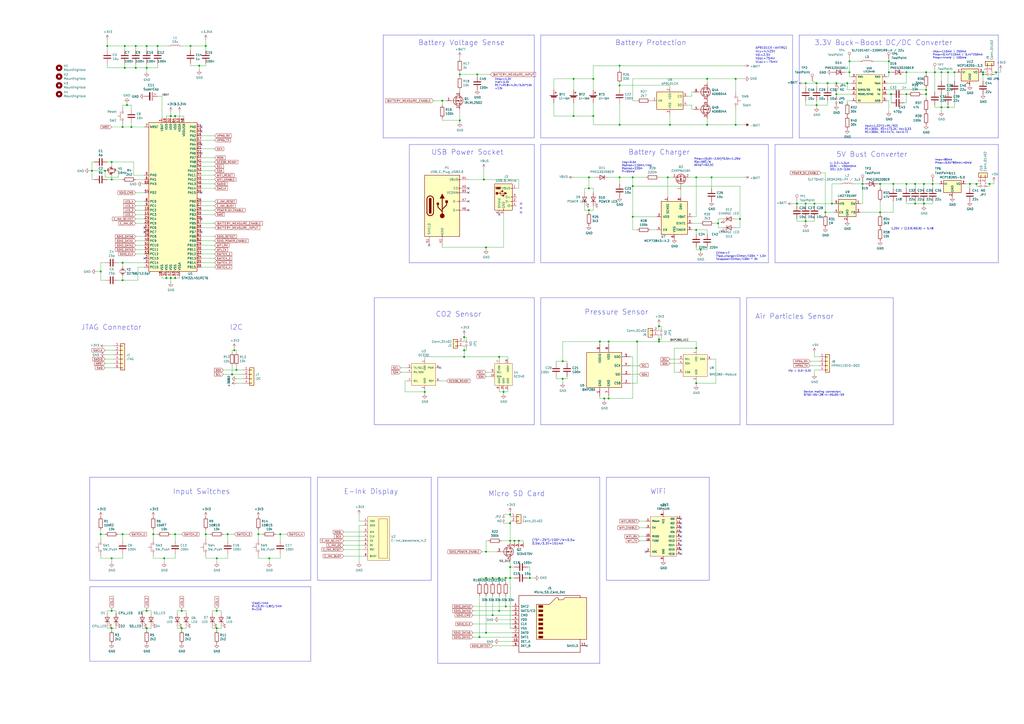
<source format=kicad_sch>
(kicad_sch (version 20230121) (generator eeschema)
  (paper "A2")
  (junction (at 387.35 102.87))
  (junction (at 64.77 93.98))
  (junction (at 388.62 72.39))
  (junction (at 280.67 104.14))
  (junction (at 412.75 102.87))
  (junction (at 462.28 118.11))
  (junction (at 295.91 335.28))
  (junction (at 367.03 102.87))
  (junction (at 537.21 54.61))
  (junction (at 403.86 201.93))
  (junction (at 332.74 45.72))
  (junction (at 269.24 195.58))
  (junction (at 64.77 104.14))
  (junction (at 353.06 231.14))
  (junction (at 307.34 335.28))
  (junction (at 149.86 309.88))
  (junction (at 510.54 123.19))
  (junction (at 332.74 67.31))
  (junction (at 285.75 356.87))
  (junction (at 289.56 354.33))
  (junction (at 101.6 161.29))
  (junction (at 359.41 49.53))
  (junction (at 562.61 106.68))
  (junction (at 546.1 41.91))
  (junction (at 135.89 203.2))
  (junction (at 553.72 41.91))
  (junction (at 292.1 227.33))
  (junction (at 53.34 99.06))
  (junction (at 500.38 106.68))
  (junction (at 359.41 102.87))
  (junction (at 350.52 231.14))
  (junction (at 85.09 39.37))
  (junction (at 71.12 309.88))
  (junction (at 549.91 41.91))
  (junction (at 246.38 227.33))
  (junction (at 353.06 198.12))
  (junction (at 132.08 309.88))
  (junction (at 485.14 54.61))
  (junction (at 530.86 118.11))
  (junction (at 85.09 354.33))
  (junction (at 473.71 48.26))
  (junction (at 276.86 43.18))
  (junction (at 293.37 335.28))
  (junction (at 156.21 323.85))
  (junction (at 478.79 123.19))
  (junction (at 382.27 196.85))
  (junction (at 72.39 39.37))
  (junction (at 416.56 129.54))
  (junction (at 403.86 222.25))
  (junction (at 549.91 62.23))
  (junction (at 367.03 107.95))
  (junction (at 570.23 41.91))
  (junction (at 64.77 354.33))
  (junction (at 266.7 43.18))
  (junction (at 281.94 320.04))
  (junction (at 85.09 26.67))
  (junction (at 344.17 67.31))
  (junction (at 289.56 335.28))
  (junction (at 480.06 48.26))
  (junction (at 467.36 118.11))
  (junction (at 101.6 67.31))
  (junction (at 359.41 72.39))
  (junction (at 530.86 106.68))
  (junction (at 535.94 106.68))
  (junction (at 91.44 26.67))
  (junction (at 359.41 38.1))
  (junction (at 269.24 207.01))
  (junction (at 369.57 198.12))
  (junction (at 403.86 133.35))
  (junction (at 492.76 35.56))
  (junction (at 119.38 26.67))
  (junction (at 491.49 48.26))
  (junction (at 341.63 102.87))
  (junction (at 85.09 364.49))
  (junction (at 58.42 309.88))
  (junction (at 125.73 323.85))
  (junction (at 515.62 41.91))
  (junction (at 71.12 73.66))
  (junction (at 64.77 364.49))
  (junction (at 281.94 143.51))
  (junction (at 326.39 209.55))
  (junction (at 78.74 26.67))
  (junction (at 542.29 41.91))
  (junction (at 482.6 118.11))
  (junction (at 285.75 335.28))
  (junction (at 125.73 354.33))
  (junction (at 566.42 106.68))
  (junction (at 537.21 41.91))
  (junction (at 73.66 60.96))
  (junction (at 518.16 106.68))
  (junction (at 410.21 45.72))
  (junction (at 295.91 328.93))
  (junction (at 88.9 309.88))
  (junction (at 78.74 39.37))
  (junction (at 72.39 26.67))
  (junction (at 281.94 367.03))
  (junction (at 119.38 309.88))
  (junction (at 60.96 99.06))
  (junction (at 298.45 313.69))
  (junction (at 577.85 41.91))
  (junction (at 403.86 102.87))
  (junction (at 256.54 58.42))
  (junction (at 344.17 45.72))
  (junction (at 382.27 198.12))
  (junction (at 137.16 214.63))
  (junction (at 406.4 144.78))
  (junction (at 516.89 54.61))
  (junction (at 76.2 73.66))
  (junction (at 105.41 354.33))
  (junction (at 341.63 109.22))
  (junction (at 525.78 54.61))
  (junction (at 96.52 161.29))
  (junction (at 492.76 41.91))
  (junction (at 293.37 351.79))
  (junction (at 281.94 335.28))
  (junction (at 426.72 72.39))
  (junction (at 541.02 106.68))
  (junction (at 515.62 35.56))
  (junction (at 472.44 118.11))
  (junction (at 574.04 106.68))
  (junction (at 295.91 313.69))
  (junction (at 266.7 69.85))
  (junction (at 134.62 217.17))
  (junction (at 101.6 309.88))
  (junction (at 289.56 207.01))
  (junction (at 537.21 52.07))
  (junction (at 295.91 303.53))
  (junction (at 125.73 364.49))
  (junction (at 64.77 323.85))
  (junction (at 71.12 152.4))
  (junction (at 99.06 161.29))
  (junction (at 410.21 72.39))
  (junction (at 485.14 48.26))
  (junction (at 570.23 43.18))
  (junction (at 95.25 323.85))
  (junction (at 382.27 189.23))
  (junction (at 295.91 298.45))
  (junction (at 347.98 198.12))
  (junction (at 546.1 62.23))
  (junction (at 429.26 127))
  (junction (at 115.57 38.1))
  (junction (at 535.94 118.11))
  (junction (at 99.06 67.31))
  (junction (at 467.36 48.26))
  (junction (at 341.63 121.92))
  (junction (at 62.23 26.67))
  (junction (at 367.03 125.73))
  (junction (at 510.54 106.68))
  (junction (at 426.72 45.72))
  (junction (at 525.78 41.91))
  (junction (at 162.56 309.88))
  (junction (at 326.39 219.71))
  (junction (at 278.13 369.57))
  (junction (at 269.24 203.2))
  (junction (at 525.78 106.68))
  (junction (at 300.99 313.69))
  (junction (at 473.71 60.96))
  (junction (at 110.49 26.67))
  (junction (at 58.42 157.48))
  (junction (at 105.41 364.49))
  (junction (at 71.12 162.56))
  (junction (at 467.36 128.27))
  (no_connect (at 394.97 316.23))
  (no_connect (at 83.82 149.86))
  (no_connect (at 116.84 83.82))
  (no_connect (at 394.97 313.69))
  (no_connect (at 271.78 111.76))
  (no_connect (at 116.84 73.66))
  (no_connect (at 116.84 88.9))
  (no_connect (at 394.97 318.77))
  (no_connect (at 394.97 303.53))
  (no_connect (at 394.97 308.61))
  (no_connect (at 302.26 118.11))
  (no_connect (at 394.97 306.07))
  (no_connect (at 271.78 121.92))
  (no_connect (at 394.97 311.15))
  (no_connect (at 116.84 127))
  (no_connect (at 302.26 120.65))
  (no_connect (at 271.78 116.84))
  (no_connect (at 83.82 132.08))
  (no_connect (at 340.36 374.65))
  (no_connect (at 255.27 213.36))
  (no_connect (at 394.97 300.99))
  (no_connect (at 116.84 134.62))
  (no_connect (at 116.84 76.2))
  (no_connect (at 302.26 123.19))
  (no_connect (at 289.56 124.46))
  (no_connect (at 248.92 142.24))
  (no_connect (at 83.82 134.62))
  (no_connect (at 394.97 321.31))
  (no_connect (at 271.78 109.22))
  (no_connect (at 116.84 111.76))
  (no_connect (at 374.65 320.04))
  (wire (pts (xy 403.86 133.35) (xy 410.21 133.35)))
  (wire (pts (xy 577.85 43.18) (xy 577.85 41.91)))
  (wire (pts (xy 514.35 52.07) (xy 537.21 52.07)))
  (polyline (pts (xy 463.55 20.32) (xy 463.55 80.01)))
  (wire (pts (xy 149.86 322.58) (xy 149.86 323.85)))
  (wire (pts (xy 101.6 67.31) (xy 106.68 67.31)))
  (wire (pts (xy 541.02 118.11) (xy 535.94 118.11)))
  (wire (pts (xy 383.54 190.5) (xy 383.54 189.23)))
  (polyline (pts (xy 309.88 83.82) (xy 309.88 152.4)))
  (wire (pts (xy 339.09 119.38) (xy 339.09 121.92)))
  (wire (pts (xy 359.41 106.68) (xy 359.41 102.87)))
  (wire (pts (xy 401.32 55.88) (xy 401.32 53.34)))
  (wire (pts (xy 370.84 212.09) (xy 365.76 212.09)))
  (wire (pts (xy 530.86 106.68) (xy 535.94 106.68)))
  (wire (pts (xy 525.78 48.26) (xy 525.78 41.91)))
  (wire (pts (xy 535.94 109.22) (xy 535.94 106.68)))
  (wire (pts (xy 370.84 306.07) (xy 374.65 306.07)))
  (wire (pts (xy 542.29 40.64) (xy 542.29 41.91)))
  (wire (pts (xy 467.36 128.27) (xy 472.44 128.27)))
  (wire (pts (xy 553.72 41.91) (xy 553.72 46.99)))
  (wire (pts (xy 60.96 203.2) (xy 66.04 203.2)))
  (wire (pts (xy 387.35 114.3) (xy 387.35 102.87)))
  (wire (pts (xy 525.78 118.11) (xy 525.78 116.84)))
  (wire (pts (xy 367.03 231.14) (xy 367.03 207.01)))
  (wire (pts (xy 125.73 353.06) (xy 125.73 354.33)))
  (wire (pts (xy 62.23 363.22) (xy 62.23 364.49)))
  (wire (pts (xy 467.36 60.96) (xy 473.71 60.96)))
  (wire (pts (xy 74.93 309.88) (xy 71.12 309.88)))
  (wire (pts (xy 403.86 201.93) (xy 403.86 203.2)))
  (wire (pts (xy 415.29 208.28) (xy 415.29 222.25)))
  (wire (pts (xy 132.08 309.88) (xy 132.08 313.69)))
  (wire (pts (xy 367.03 45.72) (xy 367.03 58.42)))
  (wire (pts (xy 271.78 104.14) (xy 280.67 104.14)))
  (wire (pts (xy 367.03 133.35) (xy 369.57 133.35)))
  (wire (pts (xy 515.62 44.45) (xy 514.35 44.45)))
  (wire (pts (xy 289.56 227.33) (xy 292.1 227.33)))
  (wire (pts (xy 137.16 212.09) (xy 137.16 214.63)))
  (wire (pts (xy 467.36 118.11) (xy 462.28 118.11)))
  (wire (pts (xy 102.87 355.6) (xy 102.87 354.33)))
  (wire (pts (xy 60.96 102.87) (xy 60.96 99.06)))
  (wire (pts (xy 518.16 106.68) (xy 525.78 106.68)))
  (wire (pts (xy 472.44 204.47) (xy 472.44 207.01)))
  (wire (pts (xy 412.75 102.87) (xy 412.75 109.22)))
  (wire (pts (xy 541.02 105.41) (xy 541.02 106.68)))
  (wire (pts (xy 326.39 209.55) (xy 326.39 198.12)))
  (wire (pts (xy 208.28 326.39) (xy 208.28 304.8)))
  (wire (pts (xy 542.29 53.34) (xy 542.29 41.91)))
  (wire (pts (xy 347.98 229.87) (xy 347.98 231.14)))
  (polyline (pts (xy 347.98 384.81) (xy 254 384.81)))
  (wire (pts (xy 306.07 328.93) (xy 307.34 328.93)))
  (polyline (pts (xy 313.69 83.82) (xy 313.69 152.4)))
  (wire (pts (xy 107.95 354.33) (xy 107.95 355.6)))
  (wire (pts (xy 53.34 93.98) (xy 53.34 99.06)))
  (wire (pts (xy 525.78 109.22) (xy 525.78 106.68)))
  (wire (pts (xy 383.54 189.23) (xy 382.27 189.23)))
  (polyline (pts (xy 180.34 383.54) (xy 52.07 383.54)))
  (wire (pts (xy 91.44 39.37) (xy 91.44 36.83)))
  (wire (pts (xy 341.63 123.19) (xy 341.63 121.92)))
  (wire (pts (xy 293.37 351.79) (xy 297.18 351.79)))
  (wire (pts (xy 370.84 302.26) (xy 374.65 302.26)))
  (wire (pts (xy 119.38 38.1) (xy 115.57 38.1)))
  (wire (pts (xy 553.72 62.23) (xy 549.91 62.23)))
  (wire (pts (xy 506.73 35.56) (xy 515.62 35.56)))
  (wire (pts (xy 473.71 50.8) (xy 473.71 48.26)))
  (wire (pts (xy 299.72 109.22) (xy 300.99 109.22)))
  (wire (pts (xy 96.52 67.31) (xy 99.06 67.31)))
  (wire (pts (xy 576.58 105.41) (xy 576.58 106.68)))
  (wire (pts (xy 280.67 104.14) (xy 300.99 104.14)))
  (wire (pts (xy 567.69 107.95) (xy 566.42 107.95)))
  (wire (pts (xy 281.94 345.44) (xy 281.94 367.03)))
  (wire (pts (xy 525.78 106.68) (xy 530.86 106.68)))
  (wire (pts (xy 68.58 162.56) (xy 71.12 162.56)))
  (polyline (pts (xy 180.34 336.55) (xy 52.07 336.55)))
  (wire (pts (xy 367.03 102.87) (xy 367.03 107.95)))
  (wire (pts (xy 88.9 323.85) (xy 95.25 323.85)))
  (polyline (pts (xy 52.07 276.86) (xy 180.34 276.86)))
  (wire (pts (xy 104.14 64.77) (xy 104.14 68.58)))
  (wire (pts (xy 78.74 26.67) (xy 85.09 26.67)))
  (wire (pts (xy 60.96 309.88) (xy 58.42 309.88)))
  (wire (pts (xy 485.14 48.26) (xy 491.49 48.26)))
  (wire (pts (xy 278.13 337.82) (xy 278.13 335.28)))
  (wire (pts (xy 208.28 298.45) (xy 208.28 302.26)))
  (wire (pts (xy 87.63 364.49) (xy 87.63 363.22)))
  (wire (pts (xy 116.84 99.06) (xy 124.46 99.06)))
  (wire (pts (xy 530.86 116.84) (xy 530.86 118.11)))
  (wire (pts (xy 88.9 309.88) (xy 88.9 312.42)))
  (wire (pts (xy 344.17 121.92) (xy 344.17 119.38)))
  (wire (pts (xy 321.31 67.31) (xy 332.74 67.31)))
  (polyline (pts (xy 250.19 276.86) (xy 250.19 336.55)))
  (wire (pts (xy 110.49 26.67) (xy 119.38 26.67)))
  (wire (pts (xy 321.31 52.07) (xy 321.31 45.72)))
  (wire (pts (xy 102.87 364.49) (xy 105.41 364.49)))
  (wire (pts (xy 102.87 354.33) (xy 105.41 354.33)))
  (wire (pts (xy 370.84 311.15) (xy 374.65 311.15)))
  (wire (pts (xy 72.39 36.83) (xy 72.39 39.37)))
  (wire (pts (xy 298.45 328.93) (xy 295.91 328.93)))
  (wire (pts (xy 295.91 325.12) (xy 295.91 328.93)))
  (wire (pts (xy 101.6 160.02) (xy 101.6 161.29)))
  (wire (pts (xy 344.17 67.31) (xy 344.17 72.39)))
  (polyline (pts (xy 433.07 172.72) (xy 518.16 172.72)))
  (wire (pts (xy 266.7 33.02) (xy 266.7 34.29)))
  (wire (pts (xy 518.16 123.19) (xy 518.16 116.84)))
  (wire (pts (xy 96.52 68.58) (xy 96.52 67.31)))
  (wire (pts (xy 515.62 64.77) (xy 515.62 58.42)))
  (wire (pts (xy 274.32 356.87) (xy 285.75 356.87)))
  (wire (pts (xy 525.78 54.61) (xy 527.05 54.61)))
  (wire (pts (xy 576.58 43.18) (xy 577.85 43.18)))
  (wire (pts (xy 401.32 133.35) (xy 403.86 133.35)))
  (wire (pts (xy 515.62 41.91) (xy 515.62 44.45)))
  (wire (pts (xy 344.17 67.31) (xy 344.17 59.69)))
  (polyline (pts (xy 184.15 276.86) (xy 250.19 276.86)))
  (wire (pts (xy 515.62 35.56) (xy 515.62 41.91)))
  (wire (pts (xy 473.71 62.23) (xy 473.71 60.96)))
  (wire (pts (xy 410.21 48.26) (xy 410.21 45.72)))
  (wire (pts (xy 78.74 119.38) (xy 83.82 119.38)))
  (wire (pts (xy 105.41 353.06) (xy 105.41 354.33)))
  (wire (pts (xy 491.49 58.42) (xy 494.03 58.42)))
  (wire (pts (xy 292.1 226.06) (xy 292.1 227.33)))
  (wire (pts (xy 473.71 48.26) (xy 480.06 48.26)))
  (wire (pts (xy 466.09 48.26) (xy 467.36 48.26)))
  (wire (pts (xy 429.26 132.08) (xy 426.72 132.08)))
  (wire (pts (xy 289.56 359.41) (xy 297.18 359.41)))
  (wire (pts (xy 156.21 323.85) (xy 162.56 323.85)))
  (wire (pts (xy 116.84 109.22) (xy 124.46 109.22)))
  (wire (pts (xy 125.73 365.76) (xy 125.73 364.49)))
  (wire (pts (xy 82.55 354.33) (xy 85.09 354.33)))
  (wire (pts (xy 96.52 160.02) (xy 96.52 161.29)))
  (wire (pts (xy 116.84 149.86) (xy 124.46 149.86)))
  (wire (pts (xy 280.67 97.79) (xy 280.67 104.14)))
  (wire (pts (xy 76.2 71.12) (xy 76.2 73.66)))
  (wire (pts (xy 285.75 374.65) (xy 297.18 374.65)))
  (wire (pts (xy 510.54 123.19) (xy 518.16 123.19)))
  (wire (pts (xy 554.99 41.91) (xy 553.72 41.91)))
  (wire (pts (xy 410.21 45.72) (xy 367.03 45.72)))
  (wire (pts (xy 525.78 59.69) (xy 525.78 54.61)))
  (wire (pts (xy 403.86 133.35) (xy 403.86 135.89)))
  (wire (pts (xy 431.8 72.39) (xy 426.72 72.39)))
  (wire (pts (xy 54.61 93.98) (xy 53.34 93.98)))
  (wire (pts (xy 124.46 147.32) (xy 116.84 147.32)))
  (wire (pts (xy 266.7 41.91) (xy 266.7 43.18)))
  (wire (pts (xy 309.88 335.28) (xy 307.34 335.28)))
  (wire (pts (xy 398.78 55.88) (xy 401.32 55.88)))
  (wire (pts (xy 322.58 209.55) (xy 326.39 209.55)))
  (wire (pts (xy 535.94 118.11) (xy 530.86 118.11)))
  (wire (pts (xy 347.98 198.12) (xy 353.06 198.12)))
  (wire (pts (xy 518.16 106.68) (xy 518.16 109.22)))
  (wire (pts (xy 281.94 215.9) (xy 284.48 215.9)))
  (wire (pts (xy 72.39 26.67) (xy 78.74 26.67)))
  (wire (pts (xy 359.41 52.07) (xy 359.41 49.53)))
  (wire (pts (xy 199.39 322.58) (xy 210.82 322.58)))
  (polyline (pts (xy 309.88 83.82) (xy 237.49 83.82)))
  (wire (pts (xy 281.94 144.78) (xy 281.94 143.51)))
  (wire (pts (xy 281.94 320.04) (xy 279.4 320.04)))
  (wire (pts (xy 401.32 53.34) (xy 402.59 53.34)))
  (wire (pts (xy 500.38 106.68) (xy 495.3 106.68)))
  (polyline (pts (xy 222.25 80.01) (xy 309.88 80.01)))
  (polyline (pts (xy 518.16 172.72) (xy 518.16 246.38)))
  (polyline (pts (xy 579.12 20.32) (xy 463.55 20.32)))
  (wire (pts (xy 281.94 335.28) (xy 285.75 335.28)))
  (wire (pts (xy 266.7 52.07) (xy 266.7 53.34)))
  (wire (pts (xy 483.87 118.11) (xy 482.6 118.11)))
  (wire (pts (xy 288.29 320.04) (xy 281.94 320.04)))
  (wire (pts (xy 60.96 200.66) (xy 66.04 200.66)))
  (wire (pts (xy 359.41 38.1) (xy 359.41 40.64)))
  (wire (pts (xy 431.8 45.72) (xy 426.72 45.72)))
  (wire (pts (xy 82.55 364.49) (xy 85.09 364.49)))
  (wire (pts (xy 289.56 226.06) (xy 289.56 227.33)))
  (wire (pts (xy 132.08 323.85) (xy 132.08 321.31)))
  (wire (pts (xy 426.72 127) (xy 429.26 127)))
  (wire (pts (xy 71.12 62.23) (xy 71.12 60.96)))
  (wire (pts (xy 546.1 62.23) (xy 542.29 62.23)))
  (wire (pts (xy 509.27 106.68) (xy 510.54 106.68)))
  (wire (pts (xy 64.77 326.39) (xy 64.77 323.85)))
  (polyline (pts (xy 222.25 20.32) (xy 222.25 80.01)))
  (wire (pts (xy 426.72 53.34) (xy 426.72 45.72)))
  (wire (pts (xy 285.75 337.82) (xy 285.75 335.28)))
  (polyline (pts (xy 411.48 336.55) (xy 351.79 336.55)))
  (wire (pts (xy 123.19 355.6) (xy 123.19 354.33)))
  (wire (pts (xy 78.74 39.37) (xy 85.09 39.37)))
  (wire (pts (xy 101.6 68.58) (xy 101.6 67.31)))
  (wire (pts (xy 71.12 309.88) (xy 71.12 313.69)))
  (wire (pts (xy 344.17 45.72) (xy 344.17 52.07)))
  (wire (pts (xy 429.26 107.95) (xy 367.03 107.95)))
  (wire (pts (xy 491.49 59.69) (xy 491.49 58.42)))
  (wire (pts (xy 85.09 26.67) (xy 91.44 26.67)))
  (wire (pts (xy 472.44 128.27) (xy 472.44 127)))
  (wire (pts (xy 298.45 314.96) (xy 298.45 313.69)))
  (wire (pts (xy 473.71 60.96) (xy 480.06 60.96)))
  (wire (pts (xy 162.56 309.88) (xy 162.56 313.69)))
  (wire (pts (xy 270.51 195.58) (xy 269.24 195.58)))
  (wire (pts (xy 278.13 369.57) (xy 297.18 369.57)))
  (wire (pts (xy 116.84 139.7) (xy 124.46 139.7)))
  (wire (pts (xy 135.89 309.88) (xy 132.08 309.88)))
  (wire (pts (xy 350.52 232.41) (xy 350.52 231.14)))
  (wire (pts (xy 480.06 50.8) (xy 480.06 48.26)))
  (wire (pts (xy 300.99 109.22) (xy 300.99 104.14)))
  (wire (pts (xy 467.36 119.38) (xy 467.36 118.11)))
  (wire (pts (xy 292.1 298.45) (xy 295.91 298.45)))
  (wire (pts (xy 367.03 107.95) (xy 367.03 125.73)))
  (polyline (pts (xy 254 276.86) (xy 254 384.81)))
  (wire (pts (xy 110.49 38.1) (xy 110.49 36.83)))
  (wire (pts (xy 71.12 162.56) (xy 80.01 162.56)))
  (wire (pts (xy 62.23 355.6) (xy 62.23 354.33)))
  (polyline (pts (xy 52.07 383.54) (xy 52.07 340.36)))
  (wire (pts (xy 256.54 60.96) (xy 256.54 58.42)))
  (wire (pts (xy 303.53 313.69) (xy 303.53 314.96)))
  (wire (pts (xy 406.4 144.78) (xy 410.21 144.78)))
  (wire (pts (xy 546.1 41.91) (xy 546.1 46.99)))
  (wire (pts (xy 326.39 198.12) (xy 347.98 198.12)))
  (wire (pts (xy 73.66 59.69) (xy 73.66 60.96)))
  (wire (pts (xy 58.42 323.85) (xy 64.77 323.85)))
  (wire (pts (xy 377.19 133.35) (xy 381 133.35)))
  (polyline (pts (xy 459.74 20.32) (xy 459.74 80.01)))
  (polyline (pts (xy 429.26 246.38) (xy 313.69 246.38)))
  (wire (pts (xy 116.84 104.14) (xy 124.46 104.14)))
  (wire (pts (xy 332.74 102.87) (xy 341.63 102.87)))
  (wire (pts (xy 78.74 111.76) (xy 83.82 111.76)))
  (wire (pts (xy 467.36 129.54) (xy 467.36 128.27)))
  (wire (pts (xy 383.54 195.58) (xy 383.54 196.85)))
  (wire (pts (xy 347.98 199.39) (xy 347.98 198.12)))
  (wire (pts (xy 135.89 203.2) (xy 137.16 203.2)))
  (wire (pts (xy 410.21 68.58) (xy 410.21 72.39)))
  (polyline (pts (xy 313.69 246.38) (xy 313.69 172.72)))
  (wire (pts (xy 85.09 364.49) (xy 87.63 364.49)))
  (wire (pts (xy 292.1 124.46) (xy 292.1 143.51)))
  (wire (pts (xy 60.96 208.28) (xy 66.04 208.28)))
  (wire (pts (xy 62.23 26.67) (xy 72.39 26.67)))
  (wire (pts (xy 295.91 298.45) (xy 295.91 299.72)))
  (wire (pts (xy 278.13 335.28) (xy 281.94 335.28)))
  (polyline (pts (xy 518.16 246.38) (xy 433.07 246.38)))
  (polyline (pts (xy 459.74 80.01) (xy 313.69 80.01)))
  (wire (pts (xy 269.24 207.01) (xy 289.56 207.01)))
  (wire (pts (xy 270.51 203.2) (xy 269.24 203.2)))
  (wire (pts (xy 99.06 64.77) (xy 99.06 67.31)))
  (wire (pts (xy 426.72 63.5) (xy 426.72 72.39)))
  (wire (pts (xy 289.56 345.44) (xy 289.56 354.33)))
  (wire (pts (xy 339.09 109.22) (xy 339.09 111.76)))
  (wire (pts (xy 149.86 309.88) (xy 149.86 312.42)))
  (wire (pts (xy 307.34 328.93) (xy 307.34 335.28)))
  (wire (pts (xy 300.99 314.96) (xy 300.99 313.69)))
  (wire (pts (xy 322.58 219.71) (xy 326.39 219.71)))
  (wire (pts (xy 289.56 207.01) (xy 294.64 207.01)))
  (wire (pts (xy 256.54 143.51) (xy 281.94 143.51)))
  (wire (pts (xy 71.12 154.94) (xy 71.12 152.4)))
  (wire (pts (xy 285.75 356.87) (xy 297.18 356.87)))
  (wire (pts (xy 270.51 201.93) (xy 270.51 203.2)))
  (wire (pts (xy 119.38 36.83) (xy 119.38 38.1)))
  (wire (pts (xy 382.27 187.96) (xy 382.27 189.23)))
  (wire (pts (xy 537.21 52.07) (xy 537.21 54.61)))
  (wire (pts (xy 85.09 41.91) (xy 85.09 39.37)))
  (wire (pts (xy 388.62 49.53) (xy 388.62 50.8)))
  (wire (pts (xy 77.47 101.6) (xy 83.82 101.6)))
  (wire (pts (xy 510.54 123.19) (xy 510.54 116.84)))
  (wire (pts (xy 353.06 198.12) (xy 353.06 199.39)))
  (wire (pts (xy 78.74 139.7) (xy 83.82 139.7)))
  (wire (pts (xy 129.54 217.17) (xy 134.62 217.17)))
  (wire (pts (xy 99.06 160.02) (xy 99.06 161.29)))
  (wire (pts (xy 116.84 142.24) (xy 124.46 142.24)))
  (wire (pts (xy 295.91 302.26) (xy 295.91 303.53)))
  (wire (pts (xy 541.02 109.22) (xy 541.02 106.68)))
  (wire (pts (xy 68.58 309.88) (xy 71.12 309.88)))
  (wire (pts (xy 251.46 58.42) (xy 256.54 58.42)))
  (wire (pts (xy 266.7 69.85) (xy 266.7 71.12)))
  (wire (pts (xy 134.62 204.47) (xy 134.62 203.2)))
  (wire (pts (xy 341.63 102.87) (xy 345.44 102.87)))
  (wire (pts (xy 78.74 144.78) (xy 83.82 144.78)))
  (wire (pts (xy 369.57 222.25) (xy 365.76 222.25)))
  (wire (pts (xy 160.02 309.88) (xy 162.56 309.88)))
  (wire (pts (xy 64.77 365.76) (xy 64.77 364.49)))
  (wire (pts (xy 104.14 161.29) (xy 104.14 160.02)))
  (wire (pts (xy 344.17 109.22) (xy 341.63 109.22)))
  (wire (pts (xy 546.1 54.61) (xy 546.1 62.23)))
  (wire (pts (xy 269.24 203.2) (xy 269.24 200.66)))
  (wire (pts (xy 359.41 49.53) (xy 388.62 49.53)))
  (wire (pts (xy 524.51 59.69) (xy 525.78 59.69)))
  (wire (pts (xy 116.84 93.98) (xy 124.46 93.98)))
  (wire (pts (xy 58.42 309.88) (xy 58.42 312.42)))
  (wire (pts (xy 87.63 354.33) (xy 87.63 355.6)))
  (wire (pts (xy 472.44 119.38) (xy 472.44 118.11)))
  (wire (pts (xy 91.44 309.88) (xy 88.9 309.88)))
  (wire (pts (xy 485.14 54.61) (xy 485.14 55.88)))
  (wire (pts (xy 524.51 54.61) (xy 525.78 54.61)))
  (wire (pts (xy 208.28 304.8) (xy 210.82 304.8)))
  (wire (pts (xy 124.46 137.16) (xy 116.84 137.16)))
  (wire (pts (xy 426.72 45.72) (xy 410.21 45.72)))
  (wire (pts (xy 403.86 102.87) (xy 400.05 102.87)))
  (wire (pts (xy 500.38 106.68) (xy 500.38 105.41)))
  (wire (pts (xy 341.63 121.92) (xy 344.17 121.92)))
  (wire (pts (xy 99.06 163.83) (xy 99.06 161.29)))
  (polyline (pts (xy 429.26 172.72) (xy 429.26 246.38)))
  (wire (pts (xy 562.61 109.22) (xy 562.61 106.68)))
  (wire (pts (xy 462.28 128.27) (xy 467.36 128.27)))
  (wire (pts (xy 326.39 219.71) (xy 328.93 219.71)))
  (polyline (pts (xy 449.58 83.82) (xy 449.58 152.4)))
  (wire (pts (xy 95.25 326.39) (xy 95.25 323.85)))
  (wire (pts (xy 116.84 101.6) (xy 124.46 101.6)))
  (wire (pts (xy 472.44 118.11) (xy 482.6 118.11)))
  (polyline (pts (xy 433.07 246.38) (xy 433.07 172.72)))
  (wire (pts (xy 64.77 353.06) (xy 64.77 354.33)))
  (wire (pts (xy 116.84 154.94) (xy 124.46 154.94)))
  (wire (pts (xy 332.74 59.69) (xy 332.74 67.31)))
  (wire (pts (xy 166.37 309.88) (xy 162.56 309.88)))
  (wire (pts (xy 64.77 96.52) (xy 64.77 93.98)))
  (wire (pts (xy 270.51 196.85) (xy 270.51 195.58)))
  (wire (pts (xy 566.42 107.95) (xy 566.42 106.68)))
  (wire (pts (xy 95.25 323.85) (xy 101.6 323.85)))
  (wire (pts (xy 274.32 369.57) (xy 278.13 369.57)))
  (wire (pts (xy 322.58 210.82) (xy 322.58 209.55)))
  (wire (pts (xy 123.19 363.22) (xy 123.19 364.49)))
  (wire (pts (xy 62.23 354.33) (xy 64.77 354.33)))
  (wire (pts (xy 78.74 124.46) (xy 83.82 124.46)))
  (wire (pts (xy 289.56 207.01) (xy 289.56 208.28)))
  (wire (pts (xy 58.42 162.56) (xy 60.96 162.56)))
  (wire (pts (xy 134.62 212.09) (xy 134.62 217.17)))
  (wire (pts (xy 64.77 73.66) (xy 71.12 73.66)))
  (wire (pts (xy 91.44 26.67) (xy 97.79 26.67)))
  (wire (pts (xy 236.22 220.98) (xy 234.95 220.98)))
  (wire (pts (xy 295.91 313.69) (xy 298.45 313.69)))
  (wire (pts (xy 64.77 364.49) (xy 67.31 364.49)))
  (wire (pts (xy 281.94 313.69) (xy 281.94 320.04)))
  (wire (pts (xy 62.23 29.21) (xy 62.23 26.67)))
  (wire (pts (xy 553.72 54.61) (xy 553.72 62.23)))
  (wire (pts (xy 78.74 121.92) (xy 83.82 121.92)))
  (wire (pts (xy 99.06 161.29) (xy 101.6 161.29)))
  (wire (pts (xy 96.52 161.29) (xy 99.06 161.29)))
  (wire (pts (xy 289.56 335.28) (xy 293.37 335.28)))
  (wire (pts (xy 152.4 309.88) (xy 149.86 309.88)))
  (wire (pts (xy 246.38 227.33) (xy 246.38 228.6)))
  (wire (pts (xy 295.91 328.93) (xy 295.91 335.28)))
  (wire (pts (xy 382.27 102.87) (xy 387.35 102.87)))
  (wire (pts (xy 58.42 322.58) (xy 58.42 323.85)))
  (wire (pts (xy 549.91 62.23) (xy 546.1 62.23)))
  (wire (pts (xy 549.91 60.96) (xy 549.91 62.23)))
  (wire (pts (xy 359.41 72.39) (xy 359.41 59.69)))
  (wire (pts (xy 72.39 29.21) (xy 72.39 26.67)))
  (wire (pts (xy 359.41 48.26) (xy 359.41 49.53)))
  (wire (pts (xy 401.32 60.96) (xy 401.32 63.5)))
  (wire (pts (xy 53.34 104.14) (xy 54.61 104.14)))
  (wire (pts (xy 85.09 29.21) (xy 85.09 26.67)))
  (wire (pts (xy 68.58 152.4) (xy 71.12 152.4)))
  (wire (pts (xy 266.7 43.18) (xy 266.7 44.45)))
  (wire (pts (xy 544.83 106.68) (xy 541.02 106.68)))
  (wire (pts (xy 535.94 118.11) (xy 535.94 119.38)))
  (polyline (pts (xy 313.69 80.01) (xy 313.69 20.32)))
  (wire (pts (xy 134.62 217.17) (xy 140.97 217.17)))
  (wire (pts (xy 78.74 104.14) (xy 83.82 104.14)))
  (wire (pts (xy 93.98 161.29) (xy 96.52 161.29)))
  (wire (pts (xy 537.21 41.91) (xy 542.29 41.91)))
  (wire (pts (xy 62.23 364.49) (xy 64.77 364.49)))
  (polyline (pts (xy 250.19 336.55) (xy 184.15 336.55)))
  (wire (pts (xy 410.21 144.78) (xy 410.21 143.51)))
  (polyline (pts (xy 52.07 336.55) (xy 52.07 276.86)))
  (wire (pts (xy 105.41 309.88) (xy 101.6 309.88)))
  (polyline (pts (xy 309.88 80.01) (xy 309.88 20.32)))
  (wire (pts (xy 274.32 367.03) (xy 281.94 367.03)))
  (wire (pts (xy 71.12 323.85) (xy 71.12 321.31)))
  (wire (pts (xy 256.54 69.85) (xy 266.7 69.85)))
  (wire (pts (xy 149.86 323.85) (xy 156.21 323.85)))
  (polyline (pts (xy 309.88 20.32) (xy 222.25 20.32)))
  (wire (pts (xy 388.62 66.04) (xy 388.62 72.39)))
  (wire (pts (xy 82.55 363.22) (xy 82.55 364.49)))
  (wire (pts (xy 332.74 67.31) (xy 344.17 67.31)))
  (wire (pts (xy 281.94 337.82) (xy 281.94 335.28)))
  (wire (pts (xy 419.1 132.08) (xy 416.56 132.08)))
  (wire (pts (xy 124.46 116.84) (xy 116.84 116.84)))
  (wire (pts (xy 328.93 209.55) (xy 328.93 210.82)))
  (polyline (pts (xy 445.77 152.4) (xy 445.77 83.82)))
  (wire (pts (xy 58.42 152.4) (xy 58.42 157.48)))
  (wire (pts (xy 76.2 73.66) (xy 83.82 73.66)))
  (wire (pts (xy 535.94 116.84) (xy 535.94 118.11)))
  (wire (pts (xy 541.02 116.84) (xy 541.02 118.11)))
  (wire (pts (xy 105.41 364.49) (xy 107.95 364.49)))
  (wire (pts (xy 516.89 54.61) (xy 516.89 59.69)))
  (wire (pts (xy 524.51 41.91) (xy 525.78 41.91)))
  (wire (pts (xy 537.21 41.91) (xy 537.21 43.18)))
  (wire (pts (xy 93.98 160.02) (xy 93.98 161.29)))
  (wire (pts (xy 125.73 354.33) (xy 128.27 354.33)))
  (wire (pts (xy 85.09 365.76) (xy 85.09 364.49)))
  (wire (pts (xy 500.38 118.11) (xy 500.38 106.68)))
  (wire (pts (xy 473.71 58.42) (xy 473.71 60.96)))
  (wire (pts (xy 137.16 203.2) (xy 137.16 204.47)))
  (wire (pts (xy 406.4 146.05) (xy 406.4 144.78)))
  (polyline (pts (xy 309.88 246.38) (xy 217.17 246.38)))
  (wire (pts (xy 60.96 213.36) (xy 66.04 213.36)))
  (wire (pts (xy 116.84 129.54) (xy 124.46 129.54)))
  (wire (pts (xy 101.6 309.88) (xy 101.6 313.69)))
  (wire (pts (xy 414.02 129.54) (xy 416.56 129.54)))
  (wire (pts (xy 71.12 104.14) (xy 64.77 104.14)))
  (wire (pts (xy 482.6 118.11) (xy 482.6 106.68)))
  (wire (pts (xy 499.11 118.11) (xy 500.38 118.11)))
  (wire (pts (xy 99.06 68.58) (xy 99.06 67.31)))
  (wire (pts (xy 491.49 48.26) (xy 494.03 48.26)))
  (wire (pts (xy 246.38 208.28) (xy 246.38 207.01)))
  (wire (pts (xy 295.91 364.49) (xy 295.91 335.28)))
  (wire (pts (xy 232.41 215.9) (xy 236.22 215.9)))
  (wire (pts (xy 295.91 297.18) (xy 295.91 298.45)))
  (polyline (pts (xy 217.17 246.38) (xy 217.17 172.72)))
  (wire (pts (xy 480.06 48.26) (xy 485.14 48.26)))
  (wire (pts (xy 71.12 72.39) (xy 71.12 73.66)))
  (wire (pts (xy 124.46 132.08) (xy 116.84 132.08)))
  (wire (pts (xy 549.91 53.34) (xy 549.91 41.91)))
  (polyline (pts (xy 579.12 83.82) (xy 579.12 152.4)))
  (wire (pts (xy 467.36 48.26) (xy 473.71 48.26)))
  (wire (pts (xy 410.21 72.39) (xy 388.62 72.39)))
  (wire (pts (xy 119.38 309.88) (xy 119.38 312.42)))
  (wire (pts (xy 467.36 58.42) (xy 467.36 60.96)))
  (wire (pts (xy 387.35 102.87) (xy 389.89 102.87)))
  (wire (pts (xy 67.31 99.06) (xy 68.58 99.06)))
  (wire (pts (xy 332.74 45.72) (xy 344.17 45.72)))
  (wire (pts (xy 128.27 354.33) (xy 128.27 355.6)))
  (wire (pts (xy 542.29 41.91) (xy 546.1 41.91)))
  (wire (pts (xy 570.23 41.91) (xy 572.77 41.91)))
  (wire (pts (xy 64.77 104.14) (xy 64.77 101.6)))
  (wire (pts (xy 500.38 106.68) (xy 501.65 106.68)))
  (wire (pts (xy 403.86 223.52) (xy 403.86 222.25)))
  (wire (pts (xy 289.56 354.33) (xy 297.18 354.33)))
  (wire (pts (xy 515.62 58.42) (xy 514.35 58.42)))
  (wire (pts (xy 367.03 58.42) (xy 369.57 58.42)))
  (wire (pts (xy 537.21 50.8) (xy 537.21 52.07)))
  (wire (pts (xy 234.95 220.98) (xy 234.95 227.33)))
  (wire (pts (xy 274.32 354.33) (xy 289.56 354.33)))
  (wire (pts (xy 491.49 52.07) (xy 491.49 48.26)))
  (polyline (pts (xy 309.88 172.72) (xy 309.88 246.38)))
  (wire (pts (xy 546.1 41.91) (xy 549.91 41.91)))
  (wire (pts (xy 347.98 231.14) (xy 350.52 231.14)))
  (wire (pts (xy 283.21 313.69) (xy 281.94 313.69)))
  (wire (pts (xy 494.03 52.07) (xy 491.49 52.07)))
  (wire (pts (xy 60.96 205.74) (xy 66.04 205.74)))
  (wire (pts (xy 124.46 91.44) (xy 116.84 91.44)))
  (wire (pts (xy 284.48 43.18) (xy 276.86 43.18)))
  (polyline (pts (xy 180.34 340.36) (xy 180.34 383.54)))
  (polyline (pts (xy 184.15 336.55) (xy 184.15 276.86)))
  (wire (pts (xy 344.17 111.76) (xy 344.17 109.22)))
  (wire (pts (xy 575.31 41.91) (xy 577.85 41.91)))
  (wire (pts (xy 115.57 40.64) (xy 115.57 38.1)))
  (wire (pts (xy 292.1 303.53) (xy 295.91 303.53)))
  (wire (pts (xy 71.12 162.56) (xy 71.12 160.02)))
  (wire (pts (xy 71.12 152.4) (xy 83.82 152.4)))
  (wire (pts (xy 60.96 210.82) (xy 66.04 210.82)))
  (wire (pts (xy 492.76 44.45) (xy 492.76 41.91)))
  (wire (pts (xy 401.32 129.54) (xy 406.4 129.54)))
  (wire (pts (xy 322.58 218.44) (xy 322.58 219.71)))
  (wire (pts (xy 119.38 323.85) (xy 125.73 323.85)))
  (wire (pts (xy 80.01 154.94) (xy 83.82 154.94)))
  (wire (pts (xy 128.27 364.49) (xy 128.27 363.22)))
  (wire (pts (xy 381 125.73) (xy 367.03 125.73)))
  (wire (pts (xy 391.16 215.9) (xy 391.16 201.93)))
  (wire (pts (xy 388.62 210.82) (xy 393.7 210.82)))
  (wire (pts (xy 471.17 46.99) (xy 473.71 48.26)))
  (wire (pts (xy 99.06 309.88) (xy 101.6 309.88)))
  (wire (pts (xy 510.54 106.68) (xy 510.54 109.22)))
  (wire (pts (xy 499.11 123.19) (xy 510.54 123.19)))
  (wire (pts (xy 494.03 44.45) (xy 492.76 44.45)))
  (wire (pts (xy 332.74 52.07) (xy 332.74 45.72)))
  (wire (pts (xy 462.28 118.11) (xy 462.28 119.38)))
  (wire (pts (xy 298.45 335.28) (xy 295.91 335.28)))
  (wire (pts (xy 295.91 303.53) (xy 295.91 313.69)))
  (wire (pts (xy 116.84 81.28) (xy 124.46 81.28)))
  (wire (pts (xy 574.04 106.68) (xy 576.58 106.68)))
  (wire (pts (xy 485.14 54.61) (xy 485.14 53.34)))
  (wire (pts (xy 106.68 67.31) (xy 106.68 68.58)))
  (wire (pts (xy 403.86 144.78) (xy 406.4 144.78)))
  (wire (pts (xy 72.39 39.37) (xy 78.74 39.37)))
  (wire (pts (xy 137.16 222.25) (xy 140.97 222.25)))
  (wire (pts (xy 353.06 198.12) (xy 369.57 198.12)))
  (wire (pts (xy 137.16 214.63) (xy 140.97 214.63)))
  (wire (pts (xy 401.32 63.5) (xy 402.59 63.5)))
  (wire (pts (xy 515.62 34.29) (xy 515.62 35.56)))
  (wire (pts (xy 119.38 322.58) (xy 119.38 323.85)))
  (wire (pts (xy 88.9 322.58) (xy 88.9 323.85)))
  (wire (pts (xy 71.12 60.96) (xy 73.66 60.96)))
  (wire (pts (xy 64.77 93.98) (xy 77.47 93.98)))
  (wire (pts (xy 359.41 102.87) (xy 367.03 102.87)))
  (wire (pts (xy 82.55 355.6) (xy 82.55 354.33)))
  (wire (pts (xy 492.76 35.56) (xy 499.11 35.56)))
  (wire (pts (xy 60.96 99.06) (xy 62.23 99.06)))
  (polyline (pts (xy 217.17 172.72) (xy 309.88 172.72)))
  (wire (pts (xy 412.75 208.28) (xy 415.29 208.28)))
  (wire (pts (xy 492.76 41.91) (xy 492.76 35.56)))
  (wire (pts (xy 107.95 364.49) (xy 107.95 363.22)))
  (wire (pts (xy 350.52 231.14) (xy 353.06 231.14)))
  (wire (pts (xy 129.54 214.63) (xy 137.16 214.63)))
  (wire (pts (xy 293.37 335.28) (xy 293.37 337.82)))
  (wire (pts (xy 525.78 41.91) (xy 537.21 41.91)))
  (wire (pts (xy 382.27 196.85) (xy 382.27 198.12)))
  (wire (pts (xy 105.41 26.67) (xy 110.49 26.67)))
  (wire (pts (xy 462.28 116.84) (xy 462.28 118.11)))
  (wire (pts (xy 292.1 227.33) (xy 292.1 228.6)))
  (wire (pts (xy 123.19 354.33) (xy 125.73 354.33)))
  (wire (pts (xy 472.44 214.63) (xy 474.98 214.63)))
  (wire (pts (xy 67.31 354.33) (xy 67.31 355.6)))
  (wire (pts (xy 403.86 198.12) (xy 403.86 201.93)))
  (polyline (pts (xy 445.77 83.82) (xy 313.69 83.82)))
  (wire (pts (xy 478.79 123.19) (xy 483.87 123.19)))
  (wire (pts (xy 91.44 29.21) (xy 91.44 26.67)))
  (wire (pts (xy 394.97 110.49) (xy 394.97 114.3)))
  (wire (pts (xy 121.92 309.88) (xy 119.38 309.88)))
  (wire (pts (xy 514.35 48.26) (xy 525.78 48.26)))
  (wire (pts (xy 78.74 36.83) (xy 78.74 39.37)))
  (wire (pts (xy 295.91 313.69) (xy 295.91 314.96)))
  (wire (pts (xy 135.89 203.2) (xy 135.89 201.93)))
  (wire (pts (xy 91.44 55.88) (xy 93.98 55.88)))
  (wire (pts (xy 546.1 64.77) (xy 546.1 62.23)))
  (wire (pts (xy 278.13 345.44) (xy 278.13 369.57)))
  (polyline (pts (xy 351.79 276.86) (xy 411.48 276.86)))
  (wire (pts (xy 88.9 307.34) (xy 88.9 309.88)))
  (wire (pts (xy 478.79 124.46) (xy 478.79 123.19)))
  (wire (pts (xy 234.95 227.33) (xy 246.38 227.33)))
  (wire (pts (xy 297.18 364.49) (xy 295.91 364.49)))
  (wire (pts (xy 566.42 106.68) (xy 568.96 106.68)))
  (wire (pts (xy 294.64 227.33) (xy 294.64 226.06)))
  (wire (pts (xy 281.94 218.44) (xy 284.48 218.44)))
  (wire (pts (xy 125.73 323.85) (xy 132.08 323.85)))
  (wire (pts (xy 367.03 125.73) (xy 367.03 133.35)))
  (wire (pts (xy 429.26 127) (xy 429.26 132.08)))
  (wire (pts (xy 68.58 102.87) (xy 60.96 102.87)))
  (wire (pts (xy 93.98 55.88) (xy 93.98 68.58)))
  (wire (pts (xy 577.85 41.91) (xy 580.39 41.91)))
  (wire (pts (xy 353.06 102.87) (xy 359.41 102.87)))
  (wire (pts (xy 403.86 222.25) (xy 403.86 220.98)))
  (wire (pts (xy 535.94 106.68) (xy 541.02 106.68)))
  (wire (pts (xy 274.32 351.79) (xy 293.37 351.79)))
  (wire (pts (xy 467.36 127) (xy 467.36 128.27)))
  (wire (pts (xy 285.75 345.44) (xy 285.75 356.87)))
  (wire (pts (xy 580.39 40.64) (xy 580.39 41.91)))
  (wire (pts (xy 292.1 227.33) (xy 294.64 227.33)))
  (wire (pts (xy 99.06 67.31) (xy 101.6 67.31)))
  (wire (pts (xy 115.57 38.1) (xy 110.49 38.1)))
  (wire (pts (xy 156.21 326.39) (xy 156.21 323.85)))
  (polyline (pts (xy 449.58 152.4) (xy 579.12 152.4)))
  (wire (pts (xy 76.2 60.96) (xy 76.2 63.5)))
  (wire (pts (xy 300.99 313.69) (xy 303.53 313.69)))
  (wire (pts (xy 341.63 109.22) (xy 339.09 109.22)))
  (wire (pts (xy 391.16 201.93) (xy 403.86 201.93)))
  (polyline (pts (xy 449.58 83.82) (xy 579.12 83.82)))
  (polyline (pts (xy 254 276.86) (xy 347.98 276.86)))
  (wire (pts (xy 199.39 313.69) (xy 210.82 313.69)))
  (wire (pts (xy 353.06 231.14) (xy 353.06 229.87)))
  (wire (pts (xy 431.8 38.1) (xy 359.41 38.1)))
  (wire (pts (xy 149.86 307.34) (xy 149.86 309.88)))
  (wire (pts (xy 294.64 207.01) (xy 294.64 208.28)))
  (wire (pts (xy 199.39 318.77) (xy 210.82 318.77)))
  (wire (pts (xy 55.88 157.48) (xy 58.42 157.48)))
  (wire (pts (xy 321.31 59.69) (xy 321.31 67.31)))
  (wire (pts (xy 469.9 212.09) (xy 474.98 212.09)))
  (wire (pts (xy 560.07 106.68) (xy 562.61 106.68)))
  (wire (pts (xy 571.5 106.68) (xy 574.04 106.68)))
  (wire (pts (xy 78.74 147.32) (xy 83.82 147.32)))
  (wire (pts (xy 410.21 133.35) (xy 410.21 135.89)))
  (wire (pts (xy 256.54 68.58) (xy 256.54 69.85)))
  (wire (pts (xy 415.29 222.25) (xy 403.86 222.25)))
  (polyline (pts (xy 237.49 83.82) (xy 237.49 152.4)))
  (wire (pts (xy 274.32 361.95) (xy 297.18 361.95)))
  (wire (pts (xy 62.23 104.14) (xy 64.77 104.14)))
  (wire (pts (xy 382.27 196.85) (xy 382.27 194.31)))
  (wire (pts (xy 256.54 58.42) (xy 259.08 58.42)))
  (wire (pts (xy 102.87 363.22) (xy 102.87 364.49)))
  (wire (pts (xy 67.31 364.49) (xy 67.31 363.22)))
  (wire (pts (xy 62.23 36.83) (xy 62.23 39.37)))
  (wire (pts (xy 85.09 353.06) (xy 85.09 354.33)))
  (wire (pts (xy 377.19 58.42) (xy 378.46 58.42)))
  (polyline (pts (xy 411.48 276.86) (xy 411.48 336.55)))
  (wire (pts (xy 429.26 127) (xy 429.26 107.95)))
  (wire (pts (xy 289.56 337.82) (xy 289.56 335.28)))
  (polyline (pts (xy 463.55 80.01) (xy 579.12 80.01)))
  (wire (pts (xy 124.46 106.68) (xy 116.84 106.68)))
  (wire (pts (xy 208.28 302.26) (xy 210.82 302.26)))
  (wire (pts (xy 116.84 96.52) (xy 124.46 96.52)))
  (polyline (pts (xy 351.79 336.55) (xy 351.79 276.86)))
  (wire (pts (xy 60.96 152.4) (xy 58.42 152.4)))
  (wire (pts (xy 58.42 157.48) (xy 58.42 162.56)))
  (wire (pts (xy 71.12 73.66) (xy 76.2 73.66)))
  (wire (pts (xy 476.25 100.33) (xy 478.79 100.33)))
  (wire (pts (xy 549.91 41.91) (xy 553.72 41.91)))
  (wire (pts (xy 64.77 354.33) (xy 67.31 354.33)))
  (wire (pts (xy 571.5 43.18) (xy 570.23 43.18)))
  (wire (pts (xy 412.75 102.87) (xy 431.8 102.87)))
  (wire (pts (xy 403.86 125.73) (xy 403.86 102.87)))
  (wire (pts (xy 416.56 132.08) (xy 416.56 129.54)))
  (wire (pts (xy 472.44 207.01) (xy 474.98 207.01)))
  (polyline (pts (xy 313.69 20.32) (xy 459.74 20.32)))
  (wire (pts (xy 382.27 198.12) (xy 403.86 198.12)))
  (wire (pts (xy 124.46 144.78) (xy 116.84 144.78)))
  (wire (pts (xy 562.61 106.68) (xy 566.42 106.68)))
  (wire (pts (xy 123.19 364.49) (xy 125.73 364.49)))
  (wire (pts (xy 134.62 203.2) (xy 135.89 203.2)))
  (wire (pts (xy 105.41 365.76) (xy 105.41 364.49)))
  (wire (pts (xy 339.09 121.92) (xy 341.63 121.92)))
  (wire (pts (xy 58.42 307.34) (xy 58.42 309.88)))
  (wire (pts (xy 574.04 107.95) (xy 574.04 106.68)))
  (wire (pts (xy 101.6 161.29) (xy 104.14 161.29)))
  (wire (pts (xy 60.96 99.06) (xy 53.34 99.06)))
  (wire (pts (xy 530.86 118.11) (xy 525.78 118.11)))
  (wire (pts (xy 82.55 106.68) (xy 83.82 106.68)))
  (wire (pts (xy 62.23 93.98) (xy 64.77 93.98)))
  (wire (pts (xy 78.74 129.54) (xy 83.82 129.54)))
  (wire (pts (xy 276.86 43.18) (xy 266.7 43.18)))
  (wire (pts (xy 62.23 22.86) (xy 62.23 26.67)))
  (wire (pts (xy 328.93 219.71) (xy 328.93 218.44)))
  (wire (pts (xy 78.74 116.84) (xy 83.82 116.84)))
  (wire (pts (xy 537.21 54.61) (xy 537.21 57.15)))
  (wire (pts (xy 246.38 227.33) (xy 246.38 226.06)))
  (wire (pts (xy 485.14 54.61) (xy 494.03 54.61)))
  (wire (pts (xy 572.77 107.95) (xy 574.04 107.95)))
  (wire (pts (xy 77.47 93.98) (xy 77.47 101.6)))
  (wire (pts (xy 101.6 323.85) (xy 101.6 321.31)))
  (wire (pts (xy 401.32 125.73) (xy 403.86 125.73)))
  (wire (pts (xy 73.66 60.96) (xy 76.2 60.96)))
  (wire (pts (xy 129.54 309.88) (xy 132.08 309.88)))
  (wire (pts (xy 78.74 137.16) (xy 83.82 137.16)))
  (wire (pts (xy 125.73 364.49) (xy 128.27 364.49)))
  (wire (pts (xy 459.74 118.11) (xy 462.28 118.11)))
  (polyline (pts (xy 309.88 152.4) (xy 237.49 152.4)))
  (wire (pts (xy 542.29 62.23) (xy 542.29 60.96)))
  (wire (pts (xy 534.67 54.61) (xy 537.21 54.61)))
  (wire (pts (xy 232.41 213.36) (xy 236.22 213.36)))
  (wire (pts (xy 341.63 109.22) (xy 341.63 102.87)))
  (wire (pts (xy 369.57 198.12) (xy 382.27 198.12)))
  (wire (pts (xy 119.38 307.34) (xy 119.38 309.88)))
  (wire (pts (xy 162.56 323.85) (xy 162.56 321.31)))
  (polyline (pts (xy 52.07 340.36) (xy 180.34 340.36)))
  (wire (pts (xy 124.46 119.38) (xy 116.84 119.38)))
  (wire (pts (xy 462.28 127) (xy 462.28 128.27)))
  (wire (pts (xy 78.74 29.21) (xy 78.74 26.67)))
  (wire (pts (xy 570.23 43.18) (xy 570.23 46.99)))
  (wire (pts (xy 116.84 152.4) (xy 124.46 152.4)))
  (wire (pts (xy 293.37 345.44) (xy 293.37 351.79)))
  (wire (pts (xy 472.44 217.17) (xy 472.44 214.63)))
  (wire (pts (xy 119.38 26.67) (xy 119.38 29.21)))
  (wire (pts (xy 276.86 44.45) (xy 276.86 43.18)))
  (wire (pts (xy 256.54 142.24) (xy 256.54 143.51)))
  (wire (pts (xy 403.86 102.87) (xy 412.75 102.87)))
  (polyline (pts (xy 180.34 276.86) (xy 180.34 336.55)))
  (wire (pts (xy 255.27 220.98) (xy 259.08 220.98)))
  (polyline (pts (xy 313.69 172.72) (xy 429.26 172.72)))
  (wire (pts (xy 369.57 198.12) (xy 369.57 222.25)))
  (polyline (pts (xy 313.69 152.4) (xy 445.77 152.4)))
  (wire (pts (xy 68.58 99.06) (xy 68.58 102.87)))
  (wire (pts (xy 125.73 326.39) (xy 125.73 323.85)))
  (wire (pts (xy 370.84 313.69) (xy 374.65 313.69)))
  (wire (pts (xy 326.39 222.25) (xy 326.39 219.71)))
  (wire (pts (xy 285.75 335.28) (xy 289.56 335.28)))
  (wire (pts (xy 344.17 45.72) (xy 344.17 38.1)))
  (wire (pts (xy 326.39 209.55) (xy 328.93 209.55)))
  (wire (pts (xy 85.09 354.33) (xy 87.63 354.33)))
  (wire (pts (xy 124.46 124.46) (xy 116.84 124.46)))
  (wire (pts (xy 246.38 207.01) (xy 269.24 207.01)))
  (wire (pts (xy 124.46 86.36) (xy 116.84 86.36)))
  (wire (pts (xy 124.46 121.92) (xy 116.84 121.92)))
  (wire (pts (xy 393.7 215.9) (xy 391.16 215.9)))
  (wire (pts (xy 199.39 311.15) (xy 210.82 311.15)))
  (wire (pts (xy 269.24 194.31) (xy 269.24 195.58)))
  (wire (pts (xy 289.56 372.11) (xy 297.18 372.11)))
  (wire (pts (xy 78.74 142.24) (xy 83.82 142.24)))
  (wire (pts (xy 269.24 198.12) (xy 269.24 195.58)))
  (wire (pts (xy 516.89 41.91) (xy 515.62 41.91)))
  (wire (pts (xy 367.03 207.01) (xy 365.76 207.01)))
  (wire (pts (xy 298.45 313.69) (xy 300.99 313.69)))
  (wire (pts (xy 416.56 127) (xy 419.1 127)))
  (wire (pts (xy 365.76 217.17) (xy 370.84 217.17)))
  (wire (pts (xy 344.17 72.39) (xy 359.41 72.39)))
  (wire (pts (xy 62.23 39.37) (xy 72.39 39.37)))
  (wire (pts (xy 199.39 308.61) (xy 210.82 308.61)))
  (wire (pts (xy 307.34 335.28) (xy 306.07 335.28)))
  (wire (pts (xy 480.06 60.96) (xy 480.06 58.42)))
  (wire (pts (xy 482.6 106.68) (xy 487.68 106.68)))
  (wire (pts (xy 490.22 41.91) (xy 492.76 41.91)))
  (wire (pts (xy 80.01 162.56) (xy 80.01 154.94)))
  (polyline (pts (xy 579.12 80.01) (xy 579.12 20.32)))
  (polyline (pts (xy 347.98 276.86) (xy 347.98 384.81)))
  (wire (pts (xy 514.35 54.61) (xy 516.89 54.61)))
  (wire (pts (xy 266.7 69.85) (xy 266.7 63.5)))
  (wire (pts (xy 467.36 48.26) (xy 467.36 50.8)))
  (wire (pts (xy 472.44 118.11) (xy 467.36 118.11)))
  (wire (pts (xy 570.23 43.18) (xy 570.23 41.91)))
  (wire (pts (xy 530.86 109.22) (xy 530.86 106.68)))
  (wire (pts (xy 492.76 34.29) (xy 492.76 35.56)))
  (wire (pts (xy 321.31 45.72) (xy 332.74 45.72)))
  (wire (pts (xy 105.41 354.33) (xy 107.95 354.33)))
  (wire (pts (xy 353.06 231.14) (xy 367.03 231.14)))
  (wire (pts (xy 403.86 143.51) (xy 403.86 144.78)))
  (wire (pts (xy 137.16 219.71) (xy 140.97 219.71)))
  (wire (pts (xy 295.91 335.28) (xy 293.37 335.28)))
  (wire (pts (xy 388.62 72.39) (xy 359.41 72.39)))
  (wire (pts (xy 78.74 127) (xy 83.82 127)))
  (wire (pts (xy 119.38 22.86) (xy 119.38 26.67)))
  (wire (pts (xy 290.83 313.69) (xy 295.91 313.69)))
  (wire (pts (xy 510.54 124.46) (xy 510.54 123.19)))
  (wire (pts (xy 85.09 36.83) (xy 85.09 39.37)))
  (wire (pts (xy 382.27 191.77) (xy 382.27 189.23)))
  (wire (pts (xy 388.62 208.28) (xy 393.7 208.28)))
  (wire (pts (xy 52.07 99.06) (xy 53.34 99.06)))
  (wire (pts (xy 374.65 102.87) (xy 367.03 102.87)))
  (wire (pts (xy 281.94 143.51) (xy 292.1 143.51)))
  (wire (pts (xy 116.84 78.74) (xy 124.46 78.74)))
  (wire (pts (xy 478.79 100.33) (xy 478.79 123.19)))
  (wire (pts (xy 344.17 38.1) (xy 359.41 38.1)))
  (wire (pts (xy 426.72 72.39) (xy 410.21 72.39)))
  (wire (pts (xy 510.54 106.68) (xy 518.16 106.68)))
  (wire (pts (xy 269.24 203.2) (xy 269.24 207.01)))
  (wire (pts (xy 281.94 367.03) (xy 297.18 367.03)))
  (wire (pts (xy 85.09 39.37) (xy 91.44 39.37)))
  (wire (pts (xy 199.39 316.23) (xy 210.82 316.23)))
  (wire (pts (xy 398.78 60.96) (xy 401.32 60.96)))
  (wire (pts (xy 53.34 99.06) (xy 53.34 104.14)))
  (wire (pts (xy 416.56 129.54) (xy 416.56 127)))
  (wire (pts (xy 64.77 323.85) (xy 71.12 323.85)))
  (wire (pts (xy 110.49 26.67) (xy 110.49 29.21)))
  (wire (pts (xy 469.9 209.55) (xy 474.98 209.55)))
  (wire (pts (xy 383.54 196.85) (xy 382.27 196.85)))
  (text "Micro SD Card" (at 283.21 288.29 0) (effects (font (size 2.9972 2.9972)) (justify left bottom)))
  (text "e-Ink" (at -146.05 158.75 0) (effects (font (size 2.9972 2.9972)) (justify right bottom)))
  (text "L: 2.2-4.3uH\nDCR: - 450mOhm\nIDC: 2.3-3.0A" (at 481.33 99.06 0) (effects (font (size 1.1176 1.1176)) (justify left bottom)))
  (text "AP9101CK-AHTRG1\nVcu=4.425V\nVdl=2.5V\nVdoc=75mV\nVcoc=-75mV" (at 438.15 36.83 0) (effects (font (size 1.27 1.27)) (justify left bottom)))
  (text "I2C 0x76" (at -69.85 149.86 0) (effects (font (size 1.1176 1.1176)) (justify left bottom)))
  (text "I2C 0x62" (at -69.85 139.7 0) (effects (font (size 1.1176 1.1176)) (justify left bottom)))
  (text "3.3-5.5V" (at -137.16 130.81 0) (effects (font (size 1.1176 1.1176)) (justify left bottom)))
  (text "D11 - too much dropdown voltage wen charging li-ion\nreplace with mosfet?\n" (at -93.98 59.69 0) (effects (font (size 1.1176 1.1176)) (justify left bottom)))
  (text "1. Each part should allow to measure its power consumption\n2.\n\nEnhancements from v1.\n1. Reset button\n2. Button to start battery protection after power loss\n3. Solution to measure voltage at battery" (at -102.87 7.62 0) (effects (font (size 1.27 1.27)) (justify left bottom)))
  (text "Battery Charger" (at 364.49 90.17 0) (effects (font (size 2.9972 2.9972)) (justify left bottom)))
  (text "Vdd and Vss swapped in SD card\nQ2 zonk!" (at -93.98 64.77 0) (effects (font (size 1.1176 1.1176)) (justify left bottom)))
  (text "Vmax=4.3V\nVref=3.3V\nR17+R18=4.3V/3.3V*10k\n=13k" (at 287.02 52.07 0) (effects (font (size 1.1176 1.1176)) (justify left bottom)))
  (text "SDIO" (at -69.85 121.92 0) (effects (font (size 1.1176 1.1176)) (justify left bottom)))
  (text "WiFi" (at 377.19 287.02 0) (effects (font (size 2.9972 2.9972)) (justify left bottom)))
  (text "CO2 Sensor" (at 252.73 184.15 0) (effects (font (size 2.9972 2.9972)) (justify left bottom)))
  (text "Measured:\n<0.5mA\n" (at -109.22 149.86 0) (effects (font (size 1.1176 1.1176)) (justify left bottom)))
  (text "5V Bust Converter" (at 485.14 91.44 0) (effects (font (size 2.9972 2.9972)) (justify left bottom)))
  (text "Ireg=0.5A\nRsense=110mV/Ireg\nRsense=220m\nP=55mW" (at 360.68 100.33 0) (effects (font (size 1.1176 1.1176)) (justify left bottom)))
  (text "Total" (at -147.32 185.42 0) (effects (font (size 2.9972 2.9972)) (justify right bottom)))
  (text "1.71-3.6V" (at -137.16 115.57 0) (effects (font (size 1.1176 1.1176)) (justify left bottom)))
  (text "SD card" (at -146.05 123.19 0) (effects (font (size 2.9972 2.9972)) (justify right bottom)))
  (text "I2C" (at 133.35 191.77 0) (effects (font (size 2.9972 2.9972)) (justify left bottom)))
  (text "Pmax=(5.0V-2.5V)*0.5A=1.25W\nRja=50C/W\ndeltaT=62.5C" (at 402.59 96.52 0) (effects (font (size 1.1176 1.1176)) (justify left bottom)))
  (text "Input Switches" (at 100.33 287.02 0) (effects (font (size 2.9972 2.9972)) (justify left bottom)))
  (text "Pressure Sensor" (at 339.09 182.88 0) (effects (font (size 2.9972 2.9972)) (justify left bottom)))
  (text "SDI" (at -69.85 157.48 0) (effects (font (size 1.1176 1.1176)) (justify left bottom)))
  (text "3.3V: 10mA - 110mA (SCD30) / 250mA (SCD40)\n5.5V: 20mA - 80mA (600mA inrush)" (at -107.95 185.42 0) (effects (font (size 1.1176 1.1176)) (justify left bottom)))
  (text "5-40mA" (at -109.22 121.92 0) (effects (font (size 1.1176 1.1176)) (justify left bottom)))
  (text "Power\nConsumption" (at -109.22 106.68 0) (effects (font (size 2.9972 2.9972)) (justify left bottom)))
  (text "Device mating connector:\nSFSD-05-28-H-05.00-SR" (at 466.09 229.87 0) (effects (font (size 1.1176 1.1176)) (justify left bottom)))
  (text "3.3V Buck-Boost DC/DC Converter" (at 472.44 26.67 0) (effects (font (size 2.9972 2.9972)) (justify left bottom)))
  (text "SCD40" (at -146.05 140.97 0) (effects (font (size 2.9972 2.9972)) (justify right bottom)))
  (text "E-Ink Display" (at 199.39 287.02 0) (effects (font (size 2.9972 2.9972)) (justify left bottom)))
  (text "2.7-3.6V" (at -137.16 121.92 0) (effects (font (size 1.1176 1.1176)) (justify left bottom)))
  (text "2.5mA" (at -107.95 157.48 0) (effects (font (size 1.1176 1.1176)) (justify left bottom)))
  (text "Imax=110mA | 250mA\nPmax=0.4V*110mA | 0.4V*250mA\nPmax=44mW | 100mW " (at 541.02 34.29 0) (effects (font (size 1.1176 1.1176)) (justify left bottom)))
  (text "Battery Voltage Sense" (at 242.57 26.67 0) (effects (font (size 2.9972 2.9972)) (justify left bottom)))
  (text "5.0V\nIO 3.3V" (at -137.16 167.64 0) (effects (font (size 1.1176 1.1176)) (justify left bottom)))
  (text "USB Power Socket" (at 250.19 90.17 0) (effects (font (size 2.9972 2.9972)) (justify left bottom)))
  (text "I2C 0x3c" (at -69.85 176.53 0) (effects (font (size 1.1176 1.1176)) (justify left bottom)))
  (text "Spec:\n1-75mA, 20mA avg\nMeasured:\n4.3mA at idle, 60mA at readout" (at -109.22 133.35 0) (effects (font (size 1.1176 1.1176)) (justify left bottom)))
  (text "Vdd" (at -137.16 106.68 0) (effects (font (size 2.9972 2.9972)) (justify left bottom)))
  (text "Vio = 0.0-3.3V" (at 457.2 215.9 0) (effects (font (size 1.1176 1.1176)) (justify left bottom)))
  (text "3.3V" (at -137.16 157.48 0) (effects (font (size 1.1176 1.1176)) (justify left bottom)))
  (text "Ctimer=?\nTfast_charge=Ctimer/100n * 1.5h\nTelapsed=Ctimer/100n * 3h" (at 415.29 151.13 0) (effects (font (size 1.1176 1.1176)) (justify left bottom)))
  (text "Comm" (at -72.39 106.68 0) (effects (font (size 2.9972 2.9972)) (justify left bottom)))
  (text "U5 - BMP280 should allow to set i2c address\nby connecting SDO to either gnd or Vcc" (at -93.98 54.61 0) (effects (font (size 1.1176 1.1176)) (justify left bottom)))
  (text "SCD30" (at -146.05 132.08 0) (effects (font (size 2.9972 2.9972)) (justify right bottom)))
  (text "2.4-5.5V" (at -137.16 139.7 0) (effects (font (size 1.1176 1.1176)) (justify left bottom)))
  (text "Bugs" (at -93.98 40.64 0) (effects (font (size 2.9972 2.9972)) (justify left bottom)))
  (text "Vout=1.22*(1+R1/R2)\nR1=300k, R2=173.2k, Vo=3.33\nR1=300k, R2=147k, Vo=3.71" (at 501.65 77.47 0) (effects (font (size 1.1176 1.1176)) (justify left bottom)))
  (text "NO analog input at PB6/58\nAvailable inputs: 14,15,20,22" (at -93.98 48.26 0) (effects (font (size 1.1176 1.1176)) (justify left bottom)))
  (text "HPMA115C0-003" (at -146.05 167.64 0) (effects (font (size 2.9972 2.9972)) (justify right bottom)))
  (text "Spec:\n1-205mA, 3.5mA avg\n" (at -109.22 142.24 0) (effects (font (size 1.1176 1.1176)) (justify left bottom)))
  (text "Imax=80mA\nPmax=0.5V*80mA=40mW" (at 542.29 95.25 0) (effects (font (size 1.1176 1.1176)) (justify left bottom)))
  (text "Air Particles Sensor" (at 438.15 185.42 0) (effects (font (size 2.9972 2.9972)) (justify left bottom)))
  (text "I(led)=1mA\nR=(3.3V-1.8V)/1mA\nR=1k5" (at 146.05 354.33 0) (effects (font (size 1.1176 1.1176)) (justify left bottom)))
  (text "JTAG Connector" (at 46.99 191.77 0) (effects (font (size 2.9972 2.9972)) (justify left bottom)))
  (text "BME280" (at -146.05 149.86 0) (effects (font (size 2.9972 2.9972)) (justify right bottom)))
  (text "Spec:\n<20mA at stand by\n<80 mA normal\n600mA inrush" (at -107.95 170.18 0) (effects (font (size 1.1176 1.1176)) (justify left bottom)))
  (text "STM32L451RETx" (at -144.78 115.57 0) (effects (font (size 2.9972 2.9972)) (justify right bottom)))
  (text "(75*-25*)/100*/W=0.5w\n0.5W/3.3V=151mA" (at 308.61 316.23 0) (effects (font (size 1.27 1.27)) (justify left bottom)))
  (text "USART" (at -69.85 166.37 0) (effects (font (size 1.1176 1.1176)) (justify left bottom)))
  (text "1.7-3.6V" (at -137.16 149.86 0) (effects (font (size 1.1176 1.1176)) (justify left bottom)))
  (text "1.25V / (13.9/60.9) = 5.48" (at 516.89 133.35 0) (effects (font (size 1.1176 1.1176)) (justify left bottom)))
  (text "I2C 0xc2" (at -69.85 130.81 0) (effects (font (size 1.1176 1.1176)) (justify left bottom)))
  (text "Oled display" (at -146.05 177.8 0) (effects (font (size 2.9972 2.9972)) (justify right bottom)))
  (text "Battery Protection" (at 356.87 26.67 0) (effects (font (size 2.9972 2.9972)) (justify left bottom)))
  (label "VBAT" (at 93.98 55.88 0) (effects (font (size 1.1176 1.1176))))
  (label "SD_3V3" (at 295.91 326.39 180) (effects (font (size 1.1176 1.1176))))
  (label "BMP280_VCC" (at 388.62 198.12 0) (effects (font (size 1.1176 1.1176))))
  (global_label "SDIO_CLK" (shape input) (at 274.32 361.95 180) (effects (font (size 1.1176 1.1176))) (property "Intersheetrefs" "${INTERSHEET_REFS}" (effects hide)))
  (global_label "POWER_5V_ENABLE" (shape input) (at 124.46 121.92 0) (effects (font (size 1.1176 1.1176))) (property "Intersheetrefs" "${INTERSHEET_REFS}" (effects hide)))
  (global_label "SCD30_READY" (shape input) (at 259.08 220.98 0) (effects (font (size 1.1176 1.1176))) (property "Intersheetrefs" "${INTERSHEET_REFS}" (effects hide)))
  (global_label "WIFI_RESET" (shape input) (at 124.46 101.6 0) (effects (font (size 1.1176 1.1176))) (property "Intersheetrefs" "${INTERSHEET_REFS}" (effects hide)))
  (global_label "LED_4" (shape input) (at 125.73 353.06 90) (effects (font (size 1.1176 1.1176))) (property "Intersheetrefs" "${INTERSHEET_REFS}" (effects hide)))
  (global_label "HPMA_TX" (shape input) (at 124.46 81.28 0) (effects (font (size 1.1176 1.1176))) (property "Intersheetrefs" "${INTERSHEET_REFS}" (effects hide)))
  (global_label "SDIO_DATA3" (shape input) (at 274.32 354.33 180) (effects (font (size 1.1176 1.1176))) (property "Intersheetrefs" "${INTERSHEET_REFS}" (effects hide)))
  (global_label "WIFI_RX" (shape input) (at 124.46 142.24 0) (effects (font (size 1.1176 1.1176))) (property "Intersheetrefs" "${INTERSHEET_REFS}" (effects hide)))
  (global_label "SCL" (shape input) (at 281.94 215.9 180) (effects (font (size 1.1176 1.1176))) (property "Intersheetrefs" "${INTERSHEET_REFS}" (effects hide)))
  (global_label "LED_1" (shape input) (at 64.77 353.06 90) (effects (font (size 1.1176 1.1176))) (property "Intersheetrefs" "${INTERSHEET_REFS}" (effects hide)))
  (global_label "E_INK_DC" (shape input) (at 78.74 129.54 180) (effects (font (size 1.1176 1.1176))) (property "Intersheetrefs" "${INTERSHEET_REFS}" (effects hide)))
  (global_label "SWDIO" (shape input) (at 124.46 106.68 0) (effects (font (size 1.1176 1.1176))) (property "Intersheetrefs" "${INTERSHEET_REFS}" (effects hide)))
  (global_label "SCL" (shape input) (at 124.46 96.52 0) (effects (font (size 1.1176 1.1176))) (property "Intersheetrefs" "${INTERSHEET_REFS}" (effects hide)))
  (global_label "SCK" (shape input) (at 124.46 86.36 0) (effects (font (size 1.1176 1.1176))) (property "Intersheetrefs" "${INTERSHEET_REFS}" (effects hide)))
  (global_label "SWITCH_1" (shape input) (at 74.93 309.88 0) (effects (font (size 1.1176 1.1176))) (property "Intersheetrefs" "${INTERSHEET_REFS}" (effects hide)))
  (global_label "SCK" (shape input) (at 199.39 311.15 180) (effects (font (size 1.1176 1.1176))) (property "Intersheetrefs" "${INTERSHEET_REFS}" (effects hide)))
  (global_label "LED_2" (shape input) (at 78.74 121.92 180) (effects (font (size 1.1176 1.1176))) (property "Intersheetrefs" "${INTERSHEET_REFS}" (effects hide)))
  (global_label "LED_3" (shape input) (at 78.74 119.38 180) (effects (font (size 1.1176 1.1176))) (property "Intersheetrefs" "${INTERSHEET_REFS}" (effects hide)))
  (global_label "SDIO_POWER_ENABLE" (shape input) (at 279.4 320.04 180) (effects (font (size 1.1176 1.1176))) (property "Intersheetrefs" "${INTERSHEET_REFS}" (effects hide)))
  (global_label "SDIO_DETECT" (shape input) (at 285.75 374.65 180) (effects (font (size 1.1176 1.1176))) (property "Intersheetrefs" "${INTERSHEET_REFS}" (effects hide)))
  (global_label "SWCLK" (shape input) (at 60.96 203.2 180) (effects (font (size 1.1176 1.1176))) (property "Intersheetrefs" "${INTERSHEET_REFS}" (effects hide)))
  (global_label "HPMA_TX" (shape input) (at 469.9 212.09 180) (effects (font (size 1.1176 1.1176))) (property "Intersheetrefs" "${INTERSHEET_REFS}" (effects hide)))
  (global_label "NRST" (shape input) (at 64.77 73.66 180) (effects (font (size 1.1176 1.1176))) (property "Intersheetrefs" "${INTERSHEET_REFS}" (effects hide)))
  (global_label "LED_4" (shape input) (at 78.74 116.84 180) (effects (font (size 1.1176 1.1176))) (property "Intersheetrefs" "${INTERSHEET_REFS}" (effects hide)))
  (global_label "SDIO_POWER_ENABLE" (shape input) (at 124.46 139.7 0) (effects (font (size 1.1176 1.1176))) (property "Intersheetrefs" "${INTERSHEET_REFS}" (effects hide)))
  (global_label "E_INK_SELECT" (shape input) (at 78.74 127 180) (effects (font (size 1.1176 1.1176))) (property "Intersheetrefs" "${INTERSHEET_REFS}" (effects hide)))
  (global_label "SCL" (shape input) (at 129.54 217.17 180) (effects (font (size 1.1176 1.1176))) (property "Intersheetrefs" "${INTERSHEET_REFS}" (effects hide)))
  (global_label "SWO" (shape input) (at 60.96 213.36 180) (effects (font (size 1.1176 1.1176))) (property "Intersheetrefs" "${INTERSHEET_REFS}" (effects hide)))
  (global_label "WIFI_RX" (shape input) (at 370.84 311.15 180) (effects (font (size 1.1176 1.1176))) (property "Intersheetrefs" "${INTERSHEET_REFS}" (effects hide)))
  (global_label "SDIO_CMD" (shape input) (at 274.32 356.87 180) (effects (font (size 1.1176 1.1176))) (property "Intersheetrefs" "${INTERSHEET_REFS}" (effects hide)))
  (global_label "WFI_TX" (shape input) (at 370.84 313.69 180) (effects (font (size 1.1176 1.1176))) (property "Intersheetrefs" "${INTERSHEET_REFS}" (effects hide)))
  (global_label "SDIO_DETECT" (shape input) (at 124.46 137.16 0) (effects (font (size 1.1176 1.1176))) (property "Intersheetrefs" "${INTERSHEET_REFS}" (effects hide)))
  (global_label "WIFI_RESET" (shape input) (at 370.84 302.26 180) (effects (font (size 1.1176 1.1176))) (property "Intersheetrefs" "${INTERSHEET_REFS}" (effects hide)))
  (global_label "SDA" (shape input) (at 124.46 99.06 0) (effects (font (size 1.1176 1.1176))) (property "Intersheetrefs" "${INTERSHEET_REFS}" (effects hide)))
  (global_label "LED_1" (shape input) (at 78.74 124.46 180) (effects (font (size 1.1176 1.1176))) (property "Intersheetrefs" "${INTERSHEET_REFS}" (effects hide)))
  (global_label "SDIO_DATA0" (shape input) (at 274.32 367.03 180) (effects (font (size 1.1176 1.1176))) (property "Intersheetrefs" "${INTERSHEET_REFS}" (effects hide)))
  (global_label "SDIO_DATA0" (shape input) (at 78.74 137.16 180) (effects (font (size 1.1176 1.1176))) (property "Intersheetrefs" "${INTERSHEET_REFS}" (effects hide)))
  (global_label "SDIO_DATA3" (shape input) (at 78.74 144.78 180) (effects (font (size 1.1176 1.1176))) (property "Intersheetrefs" "${INTERSHEET_REFS}" (effects hide)))
  (global_label "SDIO_CLK" (shape input) (at 78.74 147.32 180) (effects (font (size 1.1176 1.1176))) (property "Intersheetrefs" "${INTERSHEET_REFS}" (effects hide)))
  (global_label "NRST" (shape input) (at 60.96 210.82 180) (effects (font (size 1.1176 1.1176))) (property "Intersheetrefs" "${INTERSHEET_REFS}" (effects hide)))
  (global_label "SWDIO" (shape input) (at 60.96 208.28 180) (effects (font (size 1.1176 1.1176))) (property "Intersheetrefs" "${INTERSHEET_REFS}" (effects hide)))
  (global_label "LED_2" (shape input) (at 85.09 353.06 90) (effects (font (size 1.1176 1.1176))) (property "Intersheetrefs" "${INTERSHEET_REFS}" (effects hide)))
  (global_label "HPMA_RX" (shape input) (at 469.9 209.55 180) (effects (font (size 1.1176 1.1176))) (property "Intersheetrefs" "${INTERSHEET_REFS}" (effects hide)))
  (global_label "SWITCH_3" (shape input) (at 135.89 309.88 0) (effects (font (size 1.1176 1.1176))) (property "Intersheetrefs" "${INTERSHEET_REFS}" (effects hide)))
  (global_label "MOSI" (shape input) (at 124.46 91.44 0) (effects (font (size 1.1176 1.1176))) (property "Intersheetrefs" "${INTERSHEET_REFS}" (effects hide)))
  (global_label "SDIO_DATA2" (shape input) (at 274.32 351.79 180) (effects (font (size 1.1176 1.1176))) (property "Intersheetrefs" "${INTERSHEET_REFS}" (effects hide)))
  (global_label "SCL" (shape input) (at 370.84 212.09 0) (effects (font (size 1.1176 1.1176))) (property "Intersheetrefs" "${INTERSHEET_REFS}" (effects hide)))
  (global_label "BATTERY_MEASURE_ENABLE" (shape input) (at 251.46 58.42 180) (property "Intersheetrefs" "${INTERSHEET_REFS}" (effects hide)))
  (global_label "SDA" (shape input) (at 129.54 214.63 180) (effects (font (size 1.1176 1.1176))) (property "Intersheetrefs" "${INTERSHEET_REFS}" (effects hide)))
  (global_label "SDIO_DATA1" (shape input) (at 274.32 369.57 180) (effects (font (size 1.1176 1.1176))) (property "Intersheetrefs" "${INTERSHEET_REFS}" (effects hide)))
  (global_label "E_INK_RESET" (shape input) (at 124.46 116.84 0) (effects (font (size 1.1176 1.1176))) (property "Intersheetrefs" "${INTERSHEET_REFS}" (effects hide)))
  (global_label "SDIO_DATA2" (shape input) (at 78.74 142.24 180) (effects (font (size 1.1176 1.1176))) (property "Intersheetrefs" "${INTERSHEET_REFS}" (effects hide)))
  (global_label "WIFI_ENABLE" (shape input) (at 370.84 306.07 180) (effects (font (size 1.1176 1.1176))) (property "Intersheetrefs" "${INTERSHEET_REFS}" (effects hide)))
  (global_label "SDIO_CMD" (shape input) (at 78.74 111.76 180) (effects (font (size 1.1176 1.1176))) (property "Intersheetrefs" "${INTERSHEET_REFS}" (effects hide)))
  (global_label "SWCLK" (shape input) (at 124.46 109.22 0) (effects (font (size 1.1176 1.1176))) (property "Intersheetrefs" "${INTERSHEET_REFS}" (effects hide)))
  (global_label "E_INK_BUSY" (shape input) (at 199.39 322.58 180) (effects (font (size 1.1176 1.1176))) (property "Intersheetrefs" "${INTERSHEET_REFS}" (effects hide)))
  (global_label "SDA" (shape input) (at 370.84 217.17 0) (effects (font (size 1.1176 1.1176))) (property "Intersheetrefs" "${INTERSHEET_REFS}" (effects hide)))
  (global_label "SCL" (shape input) (at 388.62 208.28 180) (effects (font (size 1.1176 1.1176))) (property "Intersheetrefs" "${INTERSHEET_REFS}" (effects hide)))
  (global_label "SDA" (shape input) (at 388.62 210.82 180) (effects (font (size 1.1176 1.1176))) (property "Intersheetrefs" "${INTERSHEET_REFS}" (effects hide)))
  (global_label "SDIO_DATA1" (shape input) (at 78.74 139.7 180) (effects (font (size 1.1176 1.1176))) (property "Intersheetrefs" "${INTERSHEET_REFS}" (effects hide)))
  (global_label "WIFI_ENABLE" (shape input) (at 124.46 104.14 0) (effects (font (size 1.1176 1.1176))) (property "Intersheetrefs" "${INTERSHEET_REFS}" (effects hide)))
  (global_label "BATTERY_MEASURE_INPUT" (shape input) (at 124.46 132.08 0) (property "Intersheetrefs" "${INTERSHEET_REFS}" (effects hide)))
  (global_label "SWITCH_1" (shape input) (at 124.46 147.32 0) (effects (font (size 1.1176 1.1176))) (property "Intersheetrefs" "${INTERSHEET_REFS}" (effects hide)))
  (global_label "WFI_TX" (shape input) (at 124.46 144.78 0) (effects (font (size 1.1176 1.1176))) (property "Intersheetrefs" "${INTERSHEET_REFS}" (effects hide)))
  (global_label "BATTERY_MEASURE_ENABLE" (shape input) (at 124.46 129.54 0) (property "Intersheetrefs" "${INTERSHEET_REFS}" (effects hide)))
  (global_label "SDA" (shape input) (at 232.41 215.9 180) (effects (font (size 1.1176 1.1176))) (property "Intersheetrefs" "${INTERSHEET_REFS}" (effects hide)))
  (global_label "SWITCH_2" (shape input) (at 124.46 149.86 0) (effects (font (size 1.1176 1.1176))) (property "Intersheetrefs" "${INTERSHEET_REFS}" (effects hide)))
  (global_label "HPMA_RX" (shape input) (at 124.46 78.74 0) (effects (font (size 1.1176 1.1176))) (property "Intersheetrefs" "${INTERSHEET_REFS}" (effects hide)))
  (global_label "E_INK_RESET" (shape input) (at 199.39 318.77 180) (effects (font (size 1.1176 1.1176))) (property "Intersheetrefs" "${INTERSHEET_REFS}" (effects hide)))
  (global_label "SCD30_READY" (shape input) (at 124.46 93.98 0) (effects (font (size 1.1176 1.1176))) (property "Intersheetrefs" "${INTERSHEET_REFS}" (effects hide)))
  (global_label "SWITCH_3" (shape input) (at 124.46 152.4 0) (effects (font (size 1.1176 1.1176))) (property "Intersheetrefs" "${INTERSHEET_REFS}" (effects hide)))
  (global_label "SWITCH_4" (shape input) (at 124.46 154.94 0) (effects (font (size 1.1176 1.1176))) (property "Intersheetrefs" "${INTERSHEET_REFS}" (effects hide)))
  (global_label "SCL" (shape input) (at 232.41 213.36 180) (effects (font (size 1.1176 1.1176))) (property "Intersheetrefs" "${INTERSHEET_REFS}" (effects hide)))
  (global_label "BATTERY_MEASURE_INPUT" (shape input) (at 284.48 43.18 0) (property "Intersheetrefs" "${INTERSHEET_REFS}" (effects hide)))
  (global_label "POWER_5V_ENABLE" (shape input) (at 476.25 100.33 180) (effects (font (size 1.1176 1.1176))) (property "Intersheetrefs" "${INTERSHEET_REFS}" (effects hide)))
  (global_label "LED_3" (shape input) (at 105.41 353.06 90) (effects (font (size 1.1176 1.1176))) (property "Intersheetrefs" "${INTERSHEET_REFS}" (effects hide)))
  (global_label "SWO" (shape input) (at 124.46 124.46 0) (effects (font (size 1.1176 1.1176))) (property "Intersheetrefs" "${INTERSHEET_REFS}" (effects hide)))
  (global_label "E_INK_SELECT" (shape input) (at 199.39 313.69 180) (effects (font (size 1.1176 1.1176))) (property "Intersheetrefs" "${INTERSHEET_REFS}" (effects hide)))
  (global_label "E_INK_DC" (shape input) (at 199.39 316.23 180) (effects (font (size 1.1176 1.1176))) (property "Intersheetrefs" "${INTERSHEET_REFS}" (effects hide)))
  (global_label "MOSI" (shape input) (at 199.39 308.61 180) (effects (font (size 1.1176 1.1176))) (property "Intersheetrefs" "${INTERSHEET_REFS}" (effects hide)))
  (global_label "SDA" (shape input) (at 281.94 218.44 180) (effects (font (size 1.1176 1.1176))) (property "Intersheetrefs" "${INTERSHEET_REFS}" (effects hide)))
  (global_label "SWITCH_4" (shape input) (at 166.37 309.88 0) (effects (font (size 1.1176 1.1176))) (property "Intersheetrefs" "${INTERSHEET_REFS}" (effects hide)))
  (global_label "E_INK_BUSY" (shape input) (at 124.46 119.38 0) (effects (font (size 1.1176 1.1176))) (property "Intersheetrefs" "${INTERSHEET_REFS}" (effects hide)))
  (global_label "SWITCH_2" (shape input) (at 105.41 309.88 0) (effects (font (size 1.1176 1.1176))) (property "Intersheetrefs" "${INTERSHEET_REFS}" (effects hide)))
  (symbol (lib_id "EnvSensor-v2-rescue:STM32L451RETx-MCU_ST_STM32L4") (at 101.6 114.3 0) (unit 1)
    (property "Reference" "U1" (at 110.49 158.75 0))
    (property "Value" "STM32L451RCT6" (at 113.03 161.29 0))
    (property "Footprint" "Package_QFP:LQFP-64_10x10mm_P0.5mm" (effects hide))
    (property "Datasheet" "http://www.st.com/st-web-ui/static/active/en/resource/technical/document/datasheet/DM00340475.pdf" (effects hide))
  )
  (symbol (lib_id "Transistor_FET:IRLML2060") (at 264.16 58.42 0) (unit 1)
    (property "Reference" "Q1" (at 269.3416 57.2516 0) (effects (justify left)))
    (property "Value" "IRLML2502" (at 269.3416 59.563 0) (effects (justify left)))
    (property "Footprint" "Package_TO_SOT_SMD:SOT-23" (effects hide))
    (property "Datasheet" "https://www.infineon.com/dgdl/irlml2060pbf.pdf?fileId=5546d462533600a401535664b7fb25ee" (effects hide))
  )
  (symbol (lib_id "Device:R") (at 256.54 64.77 0) (unit 1)
    (property "Reference" "R16" (at 258.318 63.6016 0) (effects (justify left)))
    (property "Value" "100k" (at 258.318 65.913 0) (effects (justify left)))
    (property "Footprint" "Resistor_SMD:R_0805_2012Metric" (effects hide))
  )
  (symbol (lib_id "Device:R") (at 266.7 48.26 0) (unit 1)
    (property "Reference" "R18" (at 268.478 47.0916 0) (effects (justify left)))
    (property "Value" "10k" (at 268.478 49.403 0) (effects (justify left)))
    (property "Footprint" "Resistor_SMD:R_0805_2012Metric" (effects hide))
  )
  (symbol (lib_id "Device:R") (at 266.7 38.1 0) (unit 1)
    (property "Reference" "R17" (at 268.478 36.9316 0) (effects (justify left)))
    (property "Value" "3k" (at 268.478 39.243 0) (effects (justify left)))
    (property "Footprint" "Resistor_SMD:R_0805_2012Metric" (effects hide))
  )
  (symbol (lib_id "power:GND") (at 266.7 71.12 0) (unit 1)
    (property "Reference" "#PWR0101" (effects hide))
    (property "Value" "GND" (at 266.827 75.5142 0))
  )
  (symbol (lib_id "power:+BATT") (at 266.7 33.02 0) (unit 1)
    (property "Reference" "#PWR0102" (effects hide))
    (property "Value" "+BATT" (at 267.081 28.6258 0))
  )
  (symbol (lib_id "EnvSensor-v2-rescue:MCP73843-4.2-myLib") (at 391.16 125.73 0) (unit 1)
    (property "Reference" "U7" (at 384.81 137.16 0))
    (property "Value" "MCP73843-4.2" (at 381 139.7 0))
    (property "Footprint" "Package_SO:MSOP-8_3x3mm_P0.65mm" (effects hide))
  )
  (symbol (lib_id "Battery_Management:AP9101CK") (at 388.62 58.42 0) (unit 1)
    (property "Reference" "U6" (at 388.62 46.2026 0))
    (property "Value" "AP9101CK" (at 388.62 48.514 0))
    (property "Footprint" "Package_TO_SOT_SMD:SOT-23-5" (effects hide))
    (property "Datasheet" "https://www.diodes.com/assets/Datasheets/AP9101C.pdf" (effects hide))
  )
  (symbol (lib_id "Device:R") (at 359.41 44.45 0) (unit 1)
    (property "Reference" "R26" (at 361.188 43.2816 0) (effects (justify left)))
    (property "Value" "330" (at 361.188 45.593 0) (effects (justify left)))
    (property "Footprint" "Resistor_SMD:R_0805_2012Metric" (effects hide))
  )
  (symbol (lib_id "Device:R") (at 373.38 58.42 270) (unit 1)
    (property "Reference" "R27" (at 373.38 53.1622 90))
    (property "Value" "2k7" (at 373.38 55.4736 90))
    (property "Footprint" "Resistor_SMD:R_0805_2012Metric" (effects hide))
  )
  (symbol (lib_id "power:+BATT") (at 431.8 38.1 270) (unit 1)
    (property "Reference" "#PWR0103" (effects hide))
    (property "Value" "+BATT" (at 435.0512 38.481 90) (effects (justify left)))
  )
  (symbol (lib_id "power:-BATT") (at 431.8 72.39 270) (unit 1)
    (property "Reference" "#PWR0104" (effects hide))
    (property "Value" "-BATT" (at 435.0512 72.771 90) (effects (justify left)))
  )
  (symbol (lib_id "Device:C") (at 359.41 55.88 0) (unit 1)
    (property "Reference" "C22" (at 362.331 54.7116 0) (effects (justify left)))
    (property "Value" "100n" (at 362.331 57.023 0) (effects (justify left)))
    (property "Footprint" "Capacitor_SMD:C_0603_1608Metric" (effects hide))
  )
  (symbol (lib_id "Device:Battery_Cell") (at 344.17 57.15 0) (unit 1)
    (property "Reference" "BT3" (at 347.1672 54.7116 0) (effects (justify left)))
    (property "Value" "Li-Ion" (at 347.1672 57.023 0) (effects (justify left)))
    (property "Footprint" "JPConnectors:BatteryHolder_Keystone_1042_1x18650" (effects hide))
  )
  (symbol (lib_id "Device:Battery_Cell") (at 332.74 57.15 0) (unit 1)
    (property "Reference" "BT2" (at 335.7372 54.7116 0) (effects (justify left)))
    (property "Value" "Li-Ion" (at 335.7372 57.023 0) (effects (justify left)))
    (property "Footprint" "JPConnectors:BatteryHolder_Keystone_1042_1x18650" (effects hide))
  )
  (symbol (lib_id "Device:Battery_Cell") (at 321.31 57.15 0) (unit 1)
    (property "Reference" "BT1" (at 324.3072 54.7116 0) (effects (justify left)))
    (property "Value" "Li-Ion" (at 324.3072 57.023 0) (effects (justify left)))
    (property "Footprint" "JPConnectors:BatteryHolder_Keystone_1042_1x18650" (effects hide))
  )
  (symbol (lib_id "power:GND") (at 431.8 45.72 90) (unit 1)
    (property "Reference" "#PWR0105" (effects hide))
    (property "Value" "GND" (at 435.0512 45.593 90) (effects (justify right)))
  )
  (symbol (lib_id "EnvSensor-v2-rescue:E-Ink_Waveshare_4.2-myLib") (at 220.98 312.42 0) (unit 1)
    (property "Reference" "U2" (at 226.7712 311.2516 0) (effects (justify left)))
    (property "Value" "E-Ink_Waveshare_4.2" (at 226.7712 313.563 0) (effects (justify left)))
    (property "Footprint" "JPDisplays:4.2inch_E-Ink" (effects hide))
  )
  (symbol (lib_id "EnvSensor-v2-rescue:+3.3V-power") (at 208.28 298.45 0) (unit 1)
    (property "Reference" "#PWR0106" (effects hide))
    (property "Value" "+3.3V" (at 208.661 294.0558 0))
  )
  (symbol (lib_id "power:GND") (at 208.28 326.39 0) (unit 1)
    (property "Reference" "#PWR0107" (effects hide))
    (property "Value" "GND" (at 208.407 330.7842 0))
  )
  (symbol (lib_id "Device:R") (at 378.46 102.87 270) (unit 1)
    (property "Reference" "R29" (at 378.46 97.6122 90))
    (property "Value" "220m" (at 378.46 99.9236 90))
    (property "Footprint" "Resistor_SMD:R_1206_3216Metric" (effects hide))
  )
  (symbol (lib_id "Device:R") (at 373.38 133.35 270) (unit 1)
    (property "Reference" "R28" (at 373.38 128.0922 90))
    (property "Value" "100k" (at 373.38 130.4036 90))
    (property "Footprint" "Resistor_SMD:R_0603_1608Metric" (effects hide))
  )
  (symbol (lib_id "Device:C") (at 359.41 110.49 0) (unit 1)
    (property "Reference" "C23" (at 362.331 109.3216 0) (effects (justify left)))
    (property "Value" "10u" (at 362.331 111.633 0) (effects (justify left)))
    (property "Footprint" "Capacitor_SMD:C_0805_2012Metric" (effects hide))
  )
  (symbol (lib_id "Device:C") (at 412.75 113.03 0) (unit 1)
    (property "Reference" "C25" (at 415.671 111.8616 0) (effects (justify left)))
    (property "Value" "10u" (at 415.671 114.173 0) (effects (justify left)))
    (property "Footprint" "Capacitor_SMD:C_0805_2012Metric" (effects hide))
  )
  (symbol (lib_id "Device:C") (at 403.86 139.7 0) (unit 1)
    (property "Reference" "C24" (at 405.13 135.89 0) (effects (justify left)))
    (property "Value" "220n" (at 405.13 143.51 0) (effects (justify left)))
    (property "Footprint" "Capacitor_SMD:C_0805_2012Metric" (effects hide))
  )
  (symbol (lib_id "power:GND") (at 406.4 146.05 0) (unit 1)
    (property "Reference" "#PWR0108" (effects hide))
    (property "Value" "GND" (at 406.527 150.4442 0))
  )
  (symbol (lib_id "power:GND") (at 391.16 138.43 0) (unit 1)
    (property "Reference" "#PWR0109" (effects hide))
    (property "Value" "GND" (at 391.287 142.8242 0))
  )
  (symbol (lib_id "power:GND") (at 412.75 116.84 0) (unit 1)
    (property "Reference" "#PWR0110" (effects hide))
    (property "Value" "GND" (at 412.877 121.2342 0))
  )
  (symbol (lib_id "power:+BATT") (at 431.8 102.87 270) (unit 1)
    (property "Reference" "#PWR0111" (effects hide))
    (property "Value" "+BATT" (at 435.0512 103.251 90) (effects (justify left)))
  )
  (symbol (lib_id "power:GND") (at 359.41 114.3 0) (unit 1)
    (property "Reference" "#PWR0112" (effects hide))
    (property "Value" "GND" (at 359.537 118.6942 0))
  )
  (symbol (lib_id "Device:D") (at 349.25 102.87 180) (unit 1)
    (property "Reference" "D11" (at 349.25 97.3836 0))
    (property "Value" "PMEG3020BER" (at 349.25 99.695 0))
    (property "Footprint" "Diode_SMD:D_SOD-123" (effects hide))
  )
  (symbol (lib_id "power:VBUS") (at 332.74 102.87 90) (unit 1)
    (property "Reference" "#PWR0113" (effects hide))
    (property "Value" "VBUS" (at 329.5142 102.489 90) (effects (justify left)))
  )
  (symbol (lib_id "Device:LED") (at 422.91 127 0) (unit 1)
    (property "Reference" "D12" (at 422.7322 121.5136 0))
    (property "Value" "CHARGE LED" (at 422.7322 123.825 0))
    (property "Footprint" "LED_SMD:LED_0805_2012Metric" (effects hide))
  )
  (symbol (lib_id "Device:LED") (at 422.91 132.08 0) (unit 1)
    (property "Reference" "D13" (at 422.91 137.16 0))
    (property "Value" "CHARGE LED" (at 422.91 134.62 0))
    (property "Footprint" "LED_THT:LED_D3.0mm_Horizontal_O3.81mm_Z6.0mm" (effects hide))
  )
  (symbol (lib_id "Device:R") (at 410.21 129.54 270) (unit 1)
    (property "Reference" "R30" (at 410.21 124.2822 90))
    (property "Value" "3k3" (at 410.21 126.5936 90))
    (property "Footprint" "Resistor_SMD:R_0805_2012Metric" (effects hide))
  )
  (symbol (lib_id "EnvSensor-v2-rescue:USB_B_Micro-Connector") (at 292.1 114.3 0) (unit 1)
    (property "Reference" "J3" (at 293.5478 102.4382 0))
    (property "Value" "USB_B_Micro" (at 293.5478 104.7496 0))
    (property "Footprint" "Connector_USB:USB_Micro-B_Molex_47346-0001" (effects hide))
  )
  (symbol (lib_id "power:VBUS") (at 280.67 97.79 0) (unit 1)
    (property "Reference" "#PWR0114" (effects hide))
    (property "Value" "VBUS" (at 281.051 93.3958 0))
  )
  (symbol (lib_id "power:GND") (at 281.94 144.78 0) (unit 1)
    (property "Reference" "#PWR0115" (effects hide))
    (property "Value" "GND" (at 282.067 149.1742 0))
  )
  (symbol (lib_id "Mechanical:MountingHole") (at 34.29 39.37 0) (unit 1)
    (property "Reference" "H1" (at 36.83 38.2016 0) (effects (justify left)))
    (property "Value" "MountingHole" (at 36.83 40.513 0) (effects (justify left)))
    (property "Footprint" "MountingHole:MountingHole_3.2mm_M3" (effects hide))
  )
  (symbol (lib_id "Mechanical:MountingHole") (at 34.29 44.45 0) (unit 1)
    (property "Reference" "H2" (at 36.83 43.2816 0) (effects (justify left)))
    (property "Value" "MountingHole" (at 36.83 45.593 0) (effects (justify left)))
    (property "Footprint" "MountingHole:MountingHole_3.2mm_M3" (effects hide))
  )
  (symbol (lib_id "Mechanical:MountingHole") (at 34.29 49.53 0) (unit 1)
    (property "Reference" "H3" (at 36.83 48.3616 0) (effects (justify left)))
    (property "Value" "MountingHole" (at 36.83 50.673 0) (effects (justify left)))
    (property "Footprint" "MountingHole:MountingHole_3.2mm_M3" (effects hide))
  )
  (symbol (lib_id "Mechanical:MountingHole") (at 34.29 54.61 0) (unit 1)
    (property "Reference" "H4" (at 36.83 53.4416 0) (effects (justify left)))
    (property "Value" "MountingHole" (at 36.83 55.753 0) (effects (justify left)))
    (property "Footprint" "MountingHole:MountingHole_3.2mm_M3" (effects hide))
  )
  (symbol (lib_id "Device:LED") (at 344.17 115.57 90) (unit 1)
    (property "Reference" "D10" (at 347.1672 114.5794 90) (effects (justify right)))
    (property "Value" "POWER LED" (at 347.1672 116.8908 90) (effects (justify right)))
    (property "Footprint" "LED_THT:LED_D3.0mm_Horizontal_O3.81mm_Z6.0mm" (effects hide))
  )
  (symbol (lib_id "Device:LED") (at 339.09 115.57 90) (unit 1)
    (property "Reference" "D9" (at 334.01 114.3 90) (effects (justify right)))
    (property "Value" "POWER LED" (at 328.93 116.84 90) (effects (justify right)))
    (property "Footprint" "LED_SMD:LED_0805_2012Metric" (effects hide))
  )
  (symbol (lib_id "Device:R") (at 341.63 127 180) (unit 1)
    (property "Reference" "R25" (at 343.408 125.8316 0) (effects (justify right)))
    (property "Value" "3k3" (at 343.408 128.143 0) (effects (justify right)))
    (property "Footprint" "Resistor_SMD:R_0805_2012Metric" (effects hide))
  )
  (symbol (lib_id "power:GND") (at 341.63 130.81 0) (unit 1)
    (property "Reference" "#PWR0116" (effects hide))
    (property "Value" "GND" (at 341.757 135.2042 0))
  )
  (symbol (lib_id "Connector_Generic:Conn_01x06") (at 71.12 205.74 0) (unit 1)
    (property "Reference" "J1" (at 73.152 205.9432 0) (effects (justify left)))
    (property "Value" "JTAG" (at 73.152 208.2546 0) (effects (justify left)))
    (property "Footprint" "Connector_PinHeader_2.54mm:PinHeader_1x06_P2.54mm_Vertical" (effects hide))
  )
  (symbol (lib_id "EnvSensor-v2-rescue:+3.3V-power") (at 60.96 200.66 90) (unit 1)
    (property "Reference" "#PWR0117" (effects hide))
    (property "Value" "+3.3V" (at 57.7088 200.279 90) (effects (justify left)))
  )
  (symbol (lib_id "power:GND") (at 60.96 205.74 270) (unit 1)
    (property "Reference" "#PWR0118" (effects hide))
    (property "Value" "GND" (at 57.7088 205.867 90) (effects (justify right)))
  )
  (symbol (lib_id "Switch:SW_Push") (at 58.42 317.5 90) (unit 1)
    (property "Reference" "SW1" (at 59.6392 316.3316 90) (effects (justify right)))
    (property "Value" "SW_Push" (at 59.6392 318.643 90) (effects (justify right)))
    (property "Footprint" "Button_Switch_SMD:SW_SPST_PTS645" (effects hide))
  )
  (symbol (lib_id "Device:R") (at 58.42 303.53 0) (unit 1)
    (property "Reference" "R1" (at 60.198 302.3616 0) (effects (justify left)))
    (property "Value" "10k" (at 60.198 304.673 0) (effects (justify left)))
    (property "Footprint" "Resistor_SMD:R_0603_1608Metric" (effects hide))
  )
  (symbol (lib_id "Device:R") (at 64.77 309.88 270) (unit 1)
    (property "Reference" "R2" (at 64.77 304.6222 90))
    (property "Value" "10k" (at 64.77 306.9336 90))
    (property "Footprint" "Resistor_SMD:R_0603_1608Metric" (effects hide))
  )
  (symbol (lib_id "Device:C") (at 71.12 317.5 0) (unit 1)
    (property "Reference" "C6" (at 74.041 316.3316 0) (effects (justify left)))
    (property "Value" "100n" (at 74.041 318.643 0) (effects (justify left)))
    (property "Footprint" "Capacitor_SMD:C_0603_1608Metric" (effects hide))
  )
  (symbol (lib_id "EnvSensor-v2-rescue:+3.3V-power") (at 58.42 299.72 0) (unit 1)
    (property "Reference" "#PWR0119" (effects hide))
    (property "Value" "+3.3V" (at 58.801 295.3258 0))
  )
  (symbol (lib_id "power:GND") (at 64.77 326.39 0) (unit 1)
    (property "Reference" "#PWR0120" (effects hide))
    (property "Value" "GND" (at 64.897 330.7842 0))
  )
  (symbol (lib_id "EnvSensor-v2-rescue:SCD30-myLib") (at 246.38 217.17 0) (unit 1)
    (property "Reference" "U3" (at 245.745 203.6826 0))
    (property "Value" "SCD30" (at 245.745 205.994 0))
    (property "Footprint" "JPSensors:SCD30" (effects hide))
  )
  (symbol (lib_id "power:GND") (at 246.38 228.6 0) (unit 1)
    (property "Reference" "#PWR0121" (effects hide))
    (property "Value" "GND" (at 246.507 232.9942 0))
  )
  (symbol (lib_id "EnvSensor-v2-rescue:BME280-Module-myLib") (at 403.86 212.09 0) (unit 1)
    (property "Reference" "U8" (at 411.48 213.36 0) (effects (justify left)))
    (property "Value" "BME280-Module" (at 411.48 217.17 0) (effects (justify left)))
    (property "Footprint" "JPSensors:BME280-Module" (effects hide))
  )
  (symbol (lib_id "Sensor:BME280") (at 350.52 214.63 0) (unit 1)
    (property "Reference" "U5" (at 339.09 223.52 0) (effects (justify right)))
    (property "Value" "BMP280" (at 345.44 226.06 0) (effects (justify right)))
    (property "Footprint" "Package_LGA:Bosch_LGA-8_2.5x2.5mm_P0.65mm_ClockwisePinNumbering" (effects hide))
    (property "Datasheet" "https://ae-bst.resource.bosch.com/media/_tech/media/datasheets/BST-BME280-DS002.pdf" (effects hide))
  )
  (symbol (lib_id "Device:C") (at 328.93 214.63 0) (unit 1)
    (property "Reference" "C21" (at 331.851 213.4616 0) (effects (justify left)))
    (property "Value" "100n" (at 331.851 215.773 0) (effects (justify left)))
    (property "Footprint" "Capacitor_SMD:C_0603_1608Metric" (effects hide))
  )
  (symbol (lib_id "Device:C") (at 322.58 214.63 0) (unit 1)
    (property "Reference" "C20" (at 316.23 213.36 0) (effects (justify left)))
    (property "Value" "100n" (at 313.69 215.9 0) (effects (justify left)))
    (property "Footprint" "Capacitor_SMD:C_0603_1608Metric" (effects hide))
  )
  (symbol (lib_id "power:GND") (at 326.39 222.25 0) (unit 1)
    (property "Reference" "#PWR0122" (effects hide))
    (property "Value" "GND" (at 326.517 226.6442 0))
  )
  (symbol (lib_id "power:GND") (at 350.52 232.41 0) (unit 1)
    (property "Reference" "#PWR0123" (effects hide))
    (property "Value" "GND" (at 350.647 236.8042 0))
  )
  (symbol (lib_id "power:GND") (at 403.86 223.52 0) (unit 1)
    (property "Reference" "#PWR0124" (effects hide))
    (property "Value" "GND" (at 403.987 227.9142 0))
  )
  (symbol (lib_id "Device:R") (at 64.77 369.57 0) (unit 1)
    (property "Reference" "R3" (at 66.548 368.4016 0) (effects (justify left)))
    (property "Value" "2k2" (at 66.548 370.713 0) (effects (justify left)))
    (property "Footprint" "Resistor_SMD:R_0805_2012Metric" (effects hide))
  )
  (symbol (lib_id "Device:LED") (at 62.23 359.41 90) (unit 1)
    (property "Reference" "D1" (at 58.42 355.6 90) (effects (justify right)))
    (property "Value" "CPU_LED" (at 53.34 363.22 90) (effects (justify right)))
    (property "Footprint" "LED_SMD:LED_0805_2012Metric" (effects hide))
  )
  (symbol (lib_id "Device:LED") (at 67.31 359.41 90) (unit 1)
    (property "Reference" "D2" (at 69.85 363.22 90) (effects (justify right)))
    (property "Value" "CPU_LED" (at 68.58 355.6 90) (effects (justify right)))
    (property "Footprint" "LED_THT:LED_D3.0mm" (effects hide))
  )
  (symbol (lib_id "power:GND") (at 64.77 373.38 0) (unit 1)
    (property "Reference" "#PWR0125" (effects hide))
    (property "Value" "GND" (at 64.897 377.7742 0))
  )
  (symbol (lib_id "Device:C") (at 62.23 33.02 0) (unit 1)
    (property "Reference" "C3" (at 65.151 31.8516 0) (effects (justify left)))
    (property "Value" "10u" (at 65.151 34.163 0) (effects (justify left)))
    (property "Footprint" "Capacitor_SMD:C_0805_2012Metric" (effects hide))
  )
  (symbol (lib_id "Device:C") (at 72.39 33.02 0) (unit 1)
    (property "Reference" "C7" (at 72.39 30.48 0) (effects (justify left)))
    (property "Value" "100n" (at 72.39 35.56 0) (effects (justify left)))
    (property "Footprint" "Capacitor_SMD:C_0603_1608Metric" (effects hide))
  )
  (symbol (lib_id "Device:C") (at 78.74 33.02 0) (unit 1)
    (property "Reference" "C9" (at 78.74 30.48 0) (effects (justify left)))
    (property "Value" "100n" (at 78.74 35.56 0) (effects (justify left)))
    (property "Footprint" "Capacitor_SMD:C_0603_1608Metric" (effects hide))
  )
  (symbol (lib_id "Device:C") (at 85.09 33.02 0) (unit 1)
    (property "Reference" "C10" (at 85.09 30.48 0) (effects (justify left)))
    (property "Value" "100n" (at 85.09 35.56 0) (effects (justify left)))
    (property "Footprint" "Capacitor_SMD:C_0603_1608Metric" (effects hide))
  )
  (symbol (lib_id "Device:C") (at 91.44 33.02 0) (unit 1)
    (property "Reference" "C12" (at 91.44 30.48 0) (effects (justify left)))
    (property "Value" "100n" (at 91.44 35.56 0) (effects (justify left)))
    (property "Footprint" "Capacitor_SMD:C_0603_1608Metric" (effects hide))
  )
  (symbol (lib_id "Device:C") (at 110.49 33.02 0) (unit 1)
    (property "Reference" "C14" (at 113.411 31.8516 0) (effects (justify left)))
    (property "Value" "1u" (at 113.411 34.163 0) (effects (justify left)))
    (property "Footprint" "Capacitor_SMD:C_0805_2012Metric" (effects hide))
  )
  (symbol (lib_id "Device:C") (at 119.38 33.02 0) (unit 1)
    (property "Reference" "C15" (at 119.38 30.48 0) (effects (justify left)))
    (property "Value" "100n" (at 119.38 35.56 0) (effects (justify left)))
    (property "Footprint" "Capacitor_SMD:C_0603_1608Metric" (effects hide))
  )
  (symbol (lib_id "Device:L") (at 101.6 26.67 90) (unit 1)
    (property "Reference" "L1" (at 101.6 21.844 90))
    (property "Value" "10u" (at 101.6 24.1554 90))
    (property "Footprint" "Inductor_SMD:L_0805_2012Metric" (effects hide))
  )
  (symbol (lib_id "power:GND") (at 467.36 129.54 0) (unit 1)
    (property "Reference" "#PWR0137" (effects hide))
    (property "Value" "GND" (at 467.487 133.9342 0))
  )
  (symbol (lib_id "power:GND") (at 99.06 163.83 0) (unit 1)
    (property "Reference" "#PWR0126" (effects hide))
    (property "Value" "GND" (at 99.187 168.2242 0))
  )
  (symbol (lib_id "EnvSensor-v2-rescue:+3.3V-power") (at 99.06 64.77 0) (unit 1)
    (property "Reference" "#PWR0127" (effects hide))
    (property "Value" "+3.3V" (at 99.441 60.3758 0))
  )
  (symbol (lib_id "power:+3.3VA") (at 104.14 64.77 0) (unit 1)
    (property "Reference" "#PWR0128" (effects hide))
    (property "Value" "+3.3VA" (at 104.521 60.3758 0))
  )
  (symbol (lib_id "power:+3.3VA") (at 119.38 22.86 0) (unit 1)
    (property "Reference" "#PWR0129" (effects hide))
    (property "Value" "+3.3VA" (at 119.761 18.4658 0))
  )
  (symbol (lib_id "EnvSensor-v2-rescue:+3.3V-power") (at 62.23 22.86 0) (unit 1)
    (property "Reference" "#PWR0130" (effects hide))
    (property "Value" "+3.3V" (at 62.611 18.4658 0))
  )
  (symbol (lib_id "power:GND") (at 85.09 41.91 0) (unit 1)
    (property "Reference" "#PWR0131" (effects hide))
    (property "Value" "GND" (at 85.217 46.3042 0))
  )
  (symbol (lib_id "power:GND") (at 115.57 40.64 0) (unit 1)
    (property "Reference" "#PWR0132" (effects hide))
    (property "Value" "GND" (at 115.697 45.0342 0))
  )
  (symbol (lib_id "Device:C") (at 76.2 67.31 0) (unit 1)
    (property "Reference" "C8" (at 79.121 66.1416 0) (effects (justify left)))
    (property "Value" "10n" (at 79.121 68.453 0) (effects (justify left)))
    (property "Footprint" "Capacitor_SMD:C_0805_2012Metric" (effects hide))
  )
  (symbol (lib_id "power:GND") (at 73.66 59.69 180) (unit 1)
    (property "Reference" "#PWR0133" (effects hide))
    (property "Value" "GND" (at 73.533 55.2958 0))
  )
  (symbol (lib_id "EnvSensor-v2-rescue:CP-Device") (at 87.63 55.88 270) (unit 1)
    (property "Reference" "C11" (at 87.63 49.403 90))
    (property "Value" "SuperCap" (at 87.63 51.7144 90))
    (property "Footprint" "Capacitor_SMD:CP_Elec_10x7.7" (effects hide))
  )
  (symbol (lib_id "power:GND") (at 83.82 55.88 270) (unit 1)
    (property "Reference" "#PWR0134" (effects hide))
    (property "Value" "GND" (at 80.5688 56.007 90) (effects (justify right)))
  )
  (symbol (lib_id "Device:Crystal_Small") (at 71.12 157.48 270) (unit 1)
    (property "Reference" "Y2" (at 73.3552 156.3116 90) (effects (justify left)))
    (property "Value" "32768/12.5pF" (at 73.3552 158.623 90) (effects (justify left)))
    (property "Footprint" "Crystal:Crystal_SMD_MicroCrystal_CC7V-T1A-2Pin_3.2x1.5mm" (effects hide))
  )
  (symbol (lib_id "Device:C") (at 64.77 152.4 270) (unit 1)
    (property "Reference" "C4" (at 64.77 145.9992 90))
    (property "Value" "15p" (at 64.77 148.3106 90))
    (property "Footprint" "Capacitor_SMD:C_0805_2012Metric" (effects hide))
  )
  (symbol (lib_id "Device:C") (at 64.77 162.56 270) (unit 1)
    (property "Reference" "C5" (at 64.77 156.1592 90))
    (property "Value" "15p" (at 64.77 158.4706 90))
    (property "Footprint" "Capacitor_SMD:C_0805_2012Metric" (effects hide))
  )
  (symbol (lib_id "power:GND") (at 55.88 157.48 270) (unit 1)
    (property "Reference" "#PWR0135" (effects hide))
    (property "Value" "GND" (at 52.6288 157.607 90) (effects (justify right)))
  )
  (symbol (lib_id "power:GND") (at 82.55 106.68 270) (unit 1)
    (property "Reference" "#PWR0136" (effects hide))
    (property "Value" "GND" (at 79.2988 106.807 90) (effects (justify right)))
  )
  (symbol (lib_id "Device:R") (at 491.49 71.12 0) (unit 1)
    (property "Reference" "R40" (at 493.268 69.9516 0) (effects (justify left)))
    (property "Value" "30k" (at 493.268 72.263 0) (effects (justify left)))
    (property "Footprint" "Resistor_SMD:R_0805_2012Metric" (effects hide))
  )
  (symbol (lib_id "Device:C") (at 302.26 335.28 270) (unit 1)
    (property "Reference" "C19" (at 299.72 332.74 90))
    (property "Value" "10u" (at 306.07 332.74 90))
    (property "Footprint" "Capacitor_SMD:C_0805_2012Metric" (effects hide))
  )
  (symbol (lib_id "Connector:Micro_SD_Card_Det") (at 320.04 361.95 0) (unit 1)
    (property "Reference" "J5" (at 318.77 341.1982 0))
    (property "Value" "Micro_SD_Card_Det" (at 318.77 343.5096 0))
    (property "Footprint" "Connector_Card:microSD_HC_Hirose_DM3AT-SF-PEJM5" (effects hide))
    (property "Datasheet" "https://www.hirose.com/product/en/download_file/key_name/DM3/category/Catalog/doc_file_id/49662/?file_category_id=4&item_id=195&is_series=1" (effects hide))
  )
  (symbol (lib_id "power:GND") (at 289.56 359.41 270) (unit 1)
    (property "Reference" "#PWR0140" (effects hide))
    (property "Value" "GND" (at 286.3088 359.537 90) (effects (justify right)))
  )
  (symbol (lib_id "power:GND") (at 289.56 372.11 270) (unit 1)
    (property "Reference" "#PWR0141" (effects hide))
    (property "Value" "GND" (at 286.3088 372.237 90) (effects (justify right)))
  )
  (symbol (lib_id "Device:R") (at 278.13 341.63 180) (unit 1)
    (property "Reference" "R19" (at 274.32 336.55 0) (effects (justify right)))
    (property "Value" "33k" (at 279.4 347.98 0) (effects (justify right)))
    (property "Footprint" "Resistor_SMD:R_0805_2012Metric" (effects hide))
  )
  (symbol (lib_id "Device:R") (at 281.94 341.63 180) (unit 1)
    (property "Reference" "R20" (at 278.13 336.55 0) (effects (justify right)))
    (property "Value" "33k" (at 283.21 347.98 0) (effects (justify right)))
    (property "Footprint" "Resistor_SMD:R_0805_2012Metric" (effects hide))
  )
  (symbol (lib_id "Device:R") (at 285.75 341.63 180) (unit 1)
    (property "Reference" "R21" (at 281.94 336.55 0) (effects (justify right)))
    (property "Value" "33k" (at 287.02 347.98 0) (effects (justify right)))
    (property "Footprint" "Resistor_SMD:R_0805_2012Metric" (effects hide))
  )
  (symbol (lib_id "Device:R") (at 289.56 341.63 180) (unit 1)
    (property "Reference" "R23" (at 285.75 336.55 0) (effects (justify right)))
    (property "Value" "33k" (at 290.83 347.98 0) (effects (justify right)))
    (property "Footprint" "Resistor_SMD:R_0805_2012Metric" (effects hide))
  )
  (symbol (lib_id "Device:R") (at 293.37 341.63 180) (unit 1)
    (property "Reference" "R24" (at 289.56 336.55 0) (effects (justify right)))
    (property "Value" "33k" (at 294.64 347.98 0) (effects (justify right)))
    (property "Footprint" "Resistor_SMD:R_0805_2012Metric" (effects hide))
  )
  (symbol (lib_id "power:GND") (at 562.61 49.53 0) (unit 1)
    (property "Reference" "#PWR0138" (effects hide))
    (property "Value" "GND" (at 562.737 53.9242 0))
  )
  (symbol (lib_id "Device:C") (at 570.23 50.8 0) (unit 1)
    (property "Reference" "C44" (at 571.5 48.26 0) (effects (justify left)))
    (property "Value" "22u" (at 571.5 53.34 0) (effects (justify left)))
    (property "Footprint" "Capacitor_SMD:C_1206_3216Metric" (effects hide))
  )
  (symbol (lib_id "EnvSensor-v2-rescue:+3.3V-power") (at 295.91 297.18 0) (unit 1)
    (property "Reference" "#PWR0142" (effects hide))
    (property "Value" "+3.3V" (at 296.291 292.7858 0))
  )
  (symbol (lib_id "power:GND") (at 570.23 54.61 0) (unit 1)
    (property "Reference" "#PWR0139" (effects hide))
    (property "Value" "GND" (at 570.357 59.0042 0))
  )
  (symbol (lib_id "Device:R") (at 287.02 313.69 270) (unit 1)
    (property "Reference" "R22" (at 287.02 308.4322 90))
    (property "Value" "300k" (at 287.02 310.7436 90))
    (property "Footprint" "Resistor_SMD:R_0805_2012Metric" (effects hide))
  )
  (symbol (lib_id "Device:C") (at 302.26 328.93 270) (unit 1)
    (property "Reference" "C18" (at 299.72 326.39 90))
    (property "Value" "100n" (at 306.07 326.39 90))
    (property "Footprint" "Capacitor_SMD:C_0603_1608Metric" (effects hide))
  )
  (symbol (lib_id "power:GND") (at 309.88 335.28 90) (unit 1)
    (property "Reference" "#PWR0143" (effects hide))
    (property "Value" "GND" (at 313.1312 335.153 90) (effects (justify right)))
  )
  (symbol (lib_id "Connector_Generic:Conn_01x02") (at 300.99 299.72 0) (unit 1)
    (property "Reference" "J4" (at 303.022 299.9232 0) (effects (justify left)))
    (property "Value" "Conn_01x02" (at 303.022 302.2346 0) (effects (justify left)))
    (property "Footprint" "Connector_PinHeader_2.54mm:PinHeader_1x02_P2.54mm_Vertical" (effects hide))
  )
  (symbol (lib_id "Device:Crystal_GND24_Small") (at 64.77 99.06 270) (unit 1)
    (property "Reference" "Y1" (at 68.4276 97.8916 90) (effects (justify left)))
    (property "Value" "16Hz" (at 68.4276 100.203 90) (effects (justify left)))
    (property "Footprint" "Crystal:Crystal_SMD_Abracon_ABM3B-4Pin_5.0x3.2mm" (effects hide))
  )
  (symbol (lib_id "Device:R") (at 74.93 104.14 270) (unit 1)
    (property "Reference" "R4" (at 74.93 98.8822 90))
    (property "Value" "2k2" (at 74.93 101.1936 90))
    (property "Footprint" "Resistor_SMD:R_0805_2012Metric" (effects hide))
  )
  (symbol (lib_id "Device:C") (at 58.42 93.98 270) (unit 1)
    (property "Reference" "C1" (at 58.42 87.5792 90))
    (property "Value" "6p" (at 58.42 89.8906 90))
    (property "Footprint" "Capacitor_SMD:C_0805_2012Metric" (effects hide))
  )
  (symbol (lib_id "Device:C") (at 58.42 104.14 270) (unit 1)
    (property "Reference" "C2" (at 58.42 97.7392 90))
    (property "Value" "6p" (at 58.42 100.0506 90))
    (property "Footprint" "Capacitor_SMD:C_0805_2012Metric" (effects hide))
  )
  (symbol (lib_id "power:GND") (at 52.07 99.06 270) (unit 1)
    (property "Reference" "#PWR0144" (effects hide))
    (property "Value" "GND" (at 48.8188 99.187 90) (effects (justify right)))
  )
  (symbol (lib_id "Switch:SW_Push") (at 88.9 317.5 90) (unit 1)
    (property "Reference" "SW3" (at 90.1192 316.3316 90) (effects (justify right)))
    (property "Value" "SW_Push" (at 90.1192 318.643 90) (effects (justify right)))
    (property "Footprint" "Button_Switch_SMD:SW_SPST_PTS645" (effects hide))
  )
  (symbol (lib_id "Device:R") (at 88.9 303.53 0) (unit 1)
    (property "Reference" "R6" (at 90.678 302.3616 0) (effects (justify left)))
    (property "Value" "10k" (at 90.678 304.673 0) (effects (justify left)))
    (property "Footprint" "Resistor_SMD:R_0603_1608Metric" (effects hide))
  )
  (symbol (lib_id "Device:R") (at 95.25 309.88 270) (unit 1)
    (property "Reference" "R7" (at 95.25 304.6222 90))
    (property "Value" "10k" (at 95.25 306.9336 90))
    (property "Footprint" "Resistor_SMD:R_0603_1608Metric" (effects hide))
  )
  (symbol (lib_id "Device:C") (at 101.6 317.5 0) (unit 1)
    (property "Reference" "C13" (at 104.521 316.3316 0) (effects (justify left)))
    (property "Value" "100n" (at 104.521 318.643 0) (effects (justify left)))
    (property "Footprint" "Capacitor_SMD:C_0603_1608Metric" (effects hide))
  )
  (symbol (lib_id "EnvSensor-v2-rescue:+3.3V-power") (at 88.9 299.72 0) (unit 1)
    (property "Reference" "#PWR0145" (effects hide))
    (property "Value" "+3.3V" (at 89.281 295.3258 0))
  )
  (symbol (lib_id "power:GND") (at 95.25 326.39 0) (unit 1)
    (property "Reference" "#PWR0146" (effects hide))
    (property "Value" "GND" (at 95.377 330.7842 0))
  )
  (symbol (lib_id "Switch:SW_Push") (at 119.38 317.5 90) (unit 1)
    (property "Reference" "SW4" (at 120.5992 316.3316 90) (effects (justify right)))
    (property "Value" "SW_Push" (at 120.5992 318.643 90) (effects (justify right)))
    (property "Footprint" "Button_Switch_SMD:SW_SPST_PTS645" (effects hide))
  )
  (symbol (lib_id "Device:R") (at 119.38 303.53 0) (unit 1)
    (property "Reference" "R9" (at 121.158 302.3616 0) (effects (justify left)))
    (property "Value" "10k" (at 121.158 304.673 0) (effects (justify left)))
    (property "Footprint" "Resistor_SMD:R_0603_1608Metric" (effects hide))
  )
  (symbol (lib_id "Device:R") (at 125.73 309.88 270) (unit 1)
    (property "Reference" "R10" (at 125.73 304.6222 90))
    (property "Value" "10k" (at 125.73 306.9336 90))
    (property "Footprint" "Resistor_SMD:R_0603_1608Metric" (effects hide))
  )
  (symbol (lib_id "Device:C") (at 132.08 317.5 0) (unit 1)
    (property "Reference" "C16" (at 135.001 316.3316 0) (effects (justify left)))
    (property "Value" "100n" (at 135.001 318.643 0) (effects (justify left)))
    (property "Footprint" "Capacitor_SMD:C_0603_1608Metric" (effects hide))
  )
  (symbol (lib_id "EnvSensor-v2-rescue:+3.3V-power") (at 119.38 299.72 0) (unit 1)
    (property "Reference" "#PWR0147" (effects hide))
    (property "Value" "+3.3V" (at 119.761 295.3258 0))
  )
  (symbol (lib_id "power:GND") (at 125.73 326.39 0) (unit 1)
    (property "Reference" "#PWR0148" (effects hide))
    (property "Value" "GND" (at 125.857 330.7842 0))
  )
  (symbol (lib_id "Switch:SW_Push") (at 149.86 317.5 90) (unit 1)
    (property "Reference" "SW5" (at 151.0792 316.3316 90) (effects (justify right)))
    (property "Value" "SW_Push" (at 151.0792 318.643 90) (effects (justify right)))
    (property "Footprint" "Button_Switch_SMD:SW_SPST_PTS645" (effects hide))
  )
  (symbol (lib_id "Device:R") (at 149.86 303.53 0) (unit 1)
    (property "Reference" "R14" (at 151.638 302.3616 0) (effects (justify left)))
    (property "Value" "10k" (at 151.638 304.673 0) (effects (justify left)))
    (property "Footprint" "Resistor_SMD:R_0603_1608Metric" (effects hide))
  )
  (symbol (lib_id "Device:R") (at 156.21 309.88 270) (unit 1)
    (property "Reference" "R15" (at 156.21 304.6222 90))
    (property "Value" "10k" (at 156.21 306.9336 90))
    (property "Footprint" "Resistor_SMD:R_0603_1608Metric" (effects hide))
  )
  (symbol (lib_id "Device:C") (at 162.56 317.5 0) (unit 1)
    (property "Reference" "C17" (at 165.481 316.3316 0) (effects (justify left)))
    (property "Value" "100n" (at 165.481 318.643 0) (effects (justify left)))
    (property "Footprint" "Capacitor_SMD:C_0603_1608Metric" (effects hide))
  )
  (symbol (lib_id "EnvSensor-v2-rescue:+3.3V-power") (at 149.86 299.72 0) (unit 1)
    (property "Reference" "#PWR0149" (effects hide))
    (property "Value" "+3.3V" (at 150.241 295.3258 0))
  )
  (symbol (lib_id "power:GND") (at 156.21 326.39 0) (unit 1)
    (property "Reference" "#PWR0150" (effects hide))
    (property "Value" "GND" (at 156.337 330.7842 0))
  )
  (symbol (lib_id "Device:R") (at 85.09 369.57 0) (unit 1)
    (property "Reference" "R5" (at 86.868 368.4016 0) (effects (justify left)))
    (property "Value" "2k2" (at 86.868 370.713 0) (effects (justify left)))
    (property "Footprint" "Resistor_SMD:R_0805_2012Metric" (effects hide))
  )
  (symbol (lib_id "Device:LED") (at 87.63 359.41 90) (unit 1)
    (property "Reference" "D4" (at 90.17 363.22 90) (effects (justify right)))
    (property "Value" "SD_LED" (at 88.9 355.6 90) (effects (justify right)))
    (property "Footprint" "LED_THT:LED_D3.0mm" (effects hide))
  )
  (symbol (lib_id "Device:LED") (at 82.55 359.41 90) (unit 1)
    (property "Reference" "D3" (at 80.01 355.6 90) (effects (justify right)))
    (property "Value" "SD_LED" (at 74.93 363.22 90) (effects (justify right)))
    (property "Footprint" "LED_SMD:LED_0805_2012Metric" (effects hide))
  )
  (symbol (lib_id "power:GND") (at 85.09 373.38 0) (unit 1)
    (property "Reference" "#PWR0151" (effects hide))
    (property "Value" "GND" (at 85.217 377.7742 0))
  )
  (symbol (lib_id "Device:R") (at 105.41 369.57 0) (unit 1)
    (property "Reference" "R8" (at 107.188 368.4016 0) (effects (justify left)))
    (property "Value" "2k2" (at 107.188 370.713 0) (effects (justify left)))
    (property "Footprint" "Resistor_SMD:R_0805_2012Metric" (effects hide))
  )
  (symbol (lib_id "Device:LED") (at 107.95 359.41 90) (unit 1)
    (property "Reference" "D6" (at 110.9218 358.4194 90) (effects (justify right)))
    (property "Value" "LED" (at 110.9218 360.7308 90) (effects (justify right)))
    (property "Footprint" "LED_THT:LED_D3.0mm" (effects hide))
  )
  (symbol (lib_id "Device:LED") (at 102.87 359.41 90) (unit 1)
    (property "Reference" "D5" (at 97.79 358.14 90) (effects (justify right)))
    (property "Value" "LED" (at 96.52 360.68 90) (effects (justify right)))
    (property "Footprint" "LED_SMD:LED_0805_2012Metric" (effects hide))
  )
  (symbol (lib_id "power:GND") (at 105.41 373.38 0) (unit 1)
    (property "Reference" "#PWR0152" (effects hide))
    (property "Value" "GND" (at 105.537 377.7742 0))
  )
  (symbol (lib_id "Device:R") (at 125.73 369.57 0) (unit 1)
    (property "Reference" "R11" (at 127.508 368.4016 0) (effects (justify left)))
    (property "Value" "2k2" (at 127.508 370.713 0) (effects (justify left)))
    (property "Footprint" "Resistor_SMD:R_0805_2012Metric" (effects hide))
  )
  (symbol (lib_id "Device:LED") (at 128.27 359.41 90) (unit 1)
    (property "Reference" "D8" (at 131.2418 358.4194 90) (effects (justify right)))
    (property "Value" "LED" (at 131.2418 360.7308 90) (effects (justify right)))
    (property "Footprint" "LED_THT:LED_D3.0mm" (effects hide))
  )
  (symbol (lib_id "Device:LED") (at 123.19 359.41 90) (unit 1)
    (property "Reference" "D7" (at 118.11 358.14 90) (effects (justify right)))
    (property "Value" "LED" (at 116.84 360.68 90) (effects (justify right)))
    (property "Footprint" "LED_SMD:LED_0805_2012Metric" (effects hide))
  )
  (symbol (lib_id "power:GND") (at 125.73 373.38 0) (unit 1)
    (property "Reference" "#PWR0153" (effects hide))
    (property "Value" "GND" (at 125.857 377.7742 0))
  )
  (symbol (lib_id "Switch:SW_Push") (at 71.12 67.31 90) (mirror x) (unit 1)
    (property "Reference" "SW2" (at 63.5 69.85 90) (effects (justify right)))
    (property "Value" "Reset" (at 62.23 64.77 90) (effects (justify right)))
    (property "Footprint" "Button_Switch_THT:SW_Tactile_SKHH_Angled" (effects hide))
  )
  (symbol (lib_id "Switch:SW_Push") (at 426.72 58.42 270) (mirror x) (unit 1)
    (property "Reference" "SW6" (at 434.34 55.88 90) (effects (justify right)))
    (property "Value" "Start" (at 435.61 60.96 90) (effects (justify right)))
    (property "Footprint" "Button_Switch_SMD:SW_SPST_CK_RS282G05A3" (effects hide))
  )
  (symbol (lib_id "Connector_Generic:Conn_01x04") (at 480.06 209.55 0) (unit 1)
    (property "Reference" "J8" (at 482.092 209.7532 0) (effects (justify left)))
    (property "Value" "HPMA115C0-003" (at 482.092 212.0646 0) (effects (justify left)))
    (property "Footprint" "Connector_PinHeader_2.54mm:PinHeader_1x04_P2.54mm_Vertical" (effects hide))
  )
  (symbol (lib_id "power:+5V") (at 472.44 204.47 0) (unit 1)
    (property "Reference" "#PWR0154" (effects hide))
    (property "Value" "+5V" (at 472.821 200.0758 0))
  )
  (symbol (lib_id "power:GND") (at 472.44 217.17 0) (unit 1)
    (property "Reference" "#PWR0155" (effects hide))
    (property "Value" "GND" (at 472.567 221.5642 0))
  )
  (symbol (lib_id "Regulator_Switching:LM2735XMF") (at 491.49 120.65 0) (unit 1)
    (property "Reference" "U9" (at 491.49 111.3282 0))
    (property "Value" "LM2735XMF" (at 491.49 113.6396 0))
    (property "Footprint" "Package_TO_SOT_SMD:SOT-23-5" (effects hide))
    (property "Datasheet" "http://www.ti.com/lit/ds/symlink/lm2735.pdf" (effects hide))
  )
  (symbol (lib_id "Device:L") (at 491.49 106.68 90) (unit 1)
    (property "Reference" "L2" (at 491.49 101.854 90))
    (property "Value" "SLF7045T-3R3M2R5-PF / 3u3" (at 483.87 104.14 90))
    (property "Footprint" "Inductor_SMD:L_TDK_SLF7045" (effects hide))
  )
  (symbol (lib_id "Device:R") (at 510.54 113.03 0) (unit 1)
    (property "Reference" "R33" (at 512.318 111.8616 0) (effects (justify left)))
    (property "Value" "47k" (at 512.318 114.173 0) (effects (justify left)))
    (property "Footprint" "Resistor_SMD:R_0805_2012Metric" (effects hide))
  )
  (symbol (lib_id "Device:R") (at 510.54 128.27 0) (unit 1)
    (property "Reference" "R34" (at 512.318 127.1016 0) (effects (justify left)))
    (property "Value" "3k9" (at 512.318 129.413 0) (effects (justify left)))
    (property "Footprint" "Resistor_SMD:R_0805_2012Metric" (effects hide))
  )
  (symbol (lib_id "Device:R") (at 478.79 128.27 0) (unit 1)
    (property "Reference" "R31" (at 480.568 127.1016 0) (effects (justify left)))
    (property "Value" "1M" (at 480.568 129.413 0) (effects (justify left)))
    (property "Footprint" "Resistor_SMD:R_0805_2012Metric" (effects hide))
  )
  (symbol (lib_id "Device:C") (at 518.16 113.03 0) (unit 1)
    (property "Reference" "C31" (at 519.43 110.49 0) (effects (justify left)))
    (property "Value" "1n8" (at 519.43 115.57 0) (effects (justify left)))
    (property "Footprint" "Capacitor_SMD:C_0805_2012Metric" (effects hide))
  )
  (symbol (lib_id "EnvSensor-v2-rescue:LTC3440-myLib") (at 504.19 50.8 0) (unit 1)
    (property "Reference" "U10" (at 504.19 39.5732 0) (effects (font (size 1.016 1.016))))
    (property "Value" "LTC3440" (at 504.19 41.5036 0) (effects (font (size 1.016 1.016))))
    (property "Footprint" "Package_SO:MSOP-10_3x3mm_P0.5mm" (effects hide))
  )
  (symbol (lib_id "Device:L") (at 502.92 35.56 90) (unit 1)
    (property "Reference" "L3" (at 502.92 33.02 90))
    (property "Value" "SLF10145T-220M1R9-H / 22u" (at 509.27 29.21 90))
    (property "Footprint" "Inductor_SMD:L_TDK_SLF10145" (effects hide))
  )
  (symbol (lib_id "Device:C") (at 480.06 54.61 0) (unit 1)
    (property "Reference" "C30" (at 481.33 52.07 0) (effects (justify left)))
    (property "Value" "10u" (at 481.33 57.15 0) (effects (justify left)))
    (property "Footprint" "Capacitor_SMD:C_0805_2012Metric" (effects hide))
  )
  (symbol (lib_id "Device:C") (at 473.71 54.61 0) (unit 1)
    (property "Reference" "C29" (at 474.98 52.07 0) (effects (justify left)))
    (property "Value" "10u" (at 474.98 57.15 0) (effects (justify left)))
    (property "Footprint" "Capacitor_SMD:C_0805_2012Metric" (effects hide))
  )
  (symbol (lib_id "Device:C") (at 542.29 57.15 0) (unit 1)
    (property "Reference" "C37" (at 545.211 55.9816 0) (effects (justify left)))
    (property "Value" "22u" (at 545.211 58.293 0) (effects (justify left)))
    (property "Footprint" "Capacitor_SMD:C_1206_3216Metric" (effects hide))
  )
  (symbol (lib_id "Device:C") (at 546.1 50.8 0) (unit 1)
    (property "Reference" "C38" (at 549.021 49.6316 0) (effects (justify left)))
    (property "Value" "22u" (at 549.021 51.943 0) (effects (justify left)))
    (property "Footprint" "Capacitor_SMD:C_1206_3216Metric" (effects hide))
  )
  (symbol (lib_id "Device:R") (at 491.49 63.5 0) (unit 1)
    (property "Reference" "R32" (at 493.268 62.3316 0) (effects (justify left)))
    (property "Value" "30k" (at 493.268 64.643 0) (effects (justify left)))
    (property "Footprint" "Resistor_SMD:R_0805_2012Metric" (effects hide))
  )
  (symbol (lib_id "Device:R") (at 537.21 60.96 0) (unit 1)
    (property "Reference" "R37" (at 530.86 59.69 0) (effects (justify left)))
    (property "Value" "47k" (at 529.59 62.23 0) (effects (justify left)))
    (property "Footprint" "Resistor_SMD:R_0805_2012Metric" (effects hide))
  )
  (symbol (lib_id "Device:R") (at 537.21 46.99 0) (unit 1)
    (property "Reference" "R36" (at 532.13 45.72 0) (effects (justify left)))
    (property "Value" "300k" (at 530.86 48.26 0) (effects (justify left)))
    (property "Footprint" "Resistor_SMD:R_0805_2012Metric" (effects hide))
  )
  (symbol (lib_id "Device:C") (at 520.7 54.61 270) (unit 1)
    (property "Reference" "C33" (at 518.16 50.8 90))
    (property "Value" "1n" (at 524.51 50.8 90))
    (property "Footprint" "Capacitor_SMD:C_0805_2012Metric" (effects hide))
  )
  (symbol (lib_id "Device:R") (at 530.86 54.61 90) (unit 1)
    (property "Reference" "R35" (at 530.86 49.3522 90))
    (property "Value" "15k" (at 530.86 51.6636 90))
    (property "Footprint" "Resistor_SMD:R_0805_2012Metric" (effects hide))
  )
  (symbol (lib_id "EnvSensor-v2-rescue:ESP-12S-myLib") (at 384.81 311.15 0) (unit 1)
    (property "Reference" "U13" (at 384.81 293.1668 0) (effects (font (size 1.016 1.016))))
    (property "Value" "ESP-12S" (at 384.81 295.0972 0) (effects (font (size 1.016 1.016))))
    (property "Footprint" "JPComms:ESP-12S" (effects hide))
  )
  (symbol (lib_id "EnvSensor-v2-rescue:+3.3V-power") (at 384.81 297.18 0) (unit 1)
    (property "Reference" "#PWR0180" (effects hide))
    (property "Value" "+3.3V" (at 385.191 292.7858 0))
  )
  (symbol (lib_id "power:GND") (at 384.81 325.12 0) (unit 1)
    (property "Reference" "#PWR0181" (effects hide))
    (property "Value" "GND" (at 384.937 329.5142 0))
  )
  (symbol (lib_id "power:GND") (at 491.49 74.93 0) (unit 1)
    (property "Reference" "#PWR0156" (effects hide))
    (property "Value" "GND" (at 491.617 79.3242 0))
  )
  (symbol (lib_id "power:GND") (at 537.21 72.39 0) (unit 1)
    (property "Reference" "#PWR0157" (effects hide))
    (property "Value" "GND" (at 537.337 76.7842 0))
  )
  (symbol (lib_id "power:GND") (at 515.62 64.77 0) (unit 1)
    (property "Reference" "#PWR0158" (effects hide))
    (property "Value" "GND" (at 515.747 69.1642 0))
  )
  (symbol (lib_id "power:GND") (at 473.71 62.23 0) (unit 1)
    (property "Reference" "#PWR0159" (effects hide))
    (property "Value" "GND" (at 473.837 66.6242 0))
  )
  (symbol (lib_id "power:GND") (at 546.1 64.77 0) (unit 1)
    (property "Reference" "#PWR0160" (effects hide))
    (property "Value" "GND" (at 546.227 69.1642 0))
  )
  (symbol (lib_id "Device:D_Schottky") (at 486.41 41.91 180) (unit 1)
    (property "Reference" "D14" (at 486.41 36.4236 0))
    (property "Value" "PMEG2010AEJ" (at 485.14 39.37 0))
    (property "Footprint" "Diode_SMD:D_SOD-323_HandSoldering" (effects hide))
  )
  (symbol (lib_id "Device:D_Schottky") (at 520.7 41.91 180) (unit 1)
    (property "Reference" "D16" (at 518.16 36.83 0))
    (property "Value" "PMEG3020BER" (at 523.24 39.37 0))
    (property "Footprint" "Diode_SMD:D_SOD-123" (effects hide))
  )
  (symbol (lib_id "power:GND") (at 482.6 41.91 270) (unit 1)
    (property "Reference" "#PWR0161" (effects hide))
    (property "Value" "GND" (at 479.3488 42.037 90) (effects (justify right)))
  )
  (symbol (lib_id "power:+BATT") (at 466.09 48.26 90) (unit 1)
    (property "Reference" "#PWR0162" (effects hide))
    (property "Value" "+BATT" (at 462.8642 47.879 90) (effects (justify left)))
  )
  (symbol (lib_id "EnvSensor-v2-rescue:+3.3V-power") (at 580.39 40.64 0) (unit 1)
    (property "Reference" "#PWR0163" (effects hide))
    (property "Value" "+3.3V" (at 580.771 36.2458 0))
  )
  (symbol (lib_id "Connector_Generic:Conn_01x02") (at 572.77 36.83 90) (unit 1)
    (property "Reference" "J9" (at 572.9732 34.798 0) (effects (justify left)))
    (property "Value" "Conn_01x02" (at 575.2846 34.798 0) (effects (justify left)))
    (property "Footprint" "Connector_PinHeader_2.54mm:PinHeader_1x02_P2.54mm_Vertical" (effects hide))
  )
  (symbol (lib_id "Connector:TestPoint") (at 542.29 40.64 0) (unit 1)
    (property "Reference" "TP7" (at 543.7632 37.6428 0) (effects (justify left)))
    (property "Value" "TestPoint" (at 543.7632 39.9542 0) (effects (justify left)))
    (property "Footprint" "TestPoint:TestPoint_THTPad_D1.5mm_Drill0.7mm" (effects hide))
  )
  (symbol (lib_id "Connector:TestPoint") (at 515.62 34.29 0) (unit 1)
    (property "Reference" "TP5" (at 517.0932 31.2928 0) (effects (justify left)))
    (property "Value" "TestPoint" (at 517.0932 33.6042 0) (effects (justify left)))
    (property "Footprint" "TestPoint:TestPoint_THTPad_D1.5mm_Drill0.7mm" (effects hide))
  )
  (symbol (lib_id "Connector:TestPoint") (at 492.76 34.29 0) (unit 1)
    (property "Reference" "TP4" (at 486.41 29.21 0) (effects (justify left)))
    (property "Value" "TestPoint" (at 480.06 31.75 0) (effects (justify left)))
    (property "Footprint" "TestPoint:TestPoint_THTPad_D1.5mm_Drill0.7mm" (effects hide))
  )
  (symbol (lib_id "Connector:TestPoint") (at 471.17 46.99 0) (unit 1)
    (property "Reference" "TP2" (at 464.82 39.37 0) (effects (justify left)))
    (property "Value" "TestPoint" (at 461.01 41.91 0) (effects (justify left)))
    (property "Footprint" "TestPoint:TestPoint_THTPad_D1.5mm_Drill0.7mm" (effects hide))
  )
  (symbol (lib_id "Device:D_Schottky") (at 505.46 106.68 180) (unit 1)
    (property "Reference" "D15" (at 501.65 109.22 0))
    (property "Value" "PMEG3020BER" (at 509.27 104.14 0))
    (property "Footprint" "Diode_SMD:D_SOD-123" (effects hide))
  )
  (symbol (lib_id "power:GND") (at 510.54 139.7 0) (unit 1)
    (property "Reference" "#PWR0164" (effects hide))
    (property "Value" "GND" (at 510.667 144.0942 0))
  )
  (symbol (lib_id "Device:C") (at 276.86 48.26 0) (unit 1)
    (property "Reference" "C45" (at 278.13 45.72 0) (effects (justify left)))
    (property "Value" "100n" (at 278.13 50.8 0) (effects (justify left)))
    (property "Footprint" "Capacitor_SMD:C_0805_2012Metric" (effects hide))
  )
  (symbol (lib_id "power:GND") (at 276.86 52.07 0) (unit 1)
    (property "Reference" "#PWR0177" (effects hide))
    (property "Value" "GND" (at 276.987 56.4642 0))
  )
  (symbol (lib_id "Device:C") (at 462.28 123.19 0) (unit 1)
    (property "Reference" "C26" (at 463.55 120.65 0) (effects (justify left)))
    (property "Value" "10u" (at 463.55 125.73 0) (effects (justify left)))
    (property "Footprint" "Capacitor_SMD:C_0805_2012Metric" (effects hide))
  )
  (symbol (lib_id "Device:C") (at 467.36 123.19 0) (unit 1)
    (property "Reference" "C27" (at 468.63 120.65 0) (effects (justify left)))
    (property "Value" "10u" (at 468.63 125.73 0) (effects (justify left)))
    (property "Footprint" "Capacitor_SMD:C_0805_2012Metric" (effects hide))
  )
  (symbol (lib_id "Device:C") (at 472.44 123.19 0) (unit 1)
    (property "Reference" "C28" (at 473.71 120.65 0) (effects (justify left)))
    (property "Value" "10u" (at 473.71 125.73 0) (effects (justify left)))
    (property "Footprint" "Capacitor_SMD:C_0805_2012Metric" (effects hide))
  )
  (symbol (lib_id "Device:C") (at 525.78 113.03 0) (unit 1)
    (property "Reference" "C32" (at 527.05 110.49 0) (effects (justify left)))
    (property "Value" "22u" (at 527.05 115.57 0) (effects (justify left)))
    (property "Footprint" "Capacitor_SMD:C_1206_3216Metric" (effects hide))
  )
  (symbol (lib_id "Device:C") (at 530.86 113.03 0) (unit 1)
    (property "Reference" "C34" (at 532.13 110.49 0) (effects (justify left)))
    (property "Value" "22u" (at 532.13 115.57 0) (effects (justify left)))
    (property "Footprint" "Capacitor_SMD:C_1206_3216Metric" (effects hide))
  )
  (symbol (lib_id "Device:C") (at 535.94 113.03 0) (unit 1)
    (property "Reference" "C35" (at 537.21 110.49 0) (effects (justify left)))
    (property "Value" "22u" (at 537.21 115.57 0) (effects (justify left)))
    (property "Footprint" "Capacitor_SMD:C_1206_3216Metric" (effects hide))
  )
  (symbol (lib_id "Device:C") (at 541.02 113.03 0) (unit 1)
    (property "Reference" "C36" (at 542.29 110.49 0) (effects (justify left)))
    (property "Value" "22u" (at 542.29 115.57 0) (effects (justify left)))
    (property "Footprint" "Capacitor_SMD:C_1206_3216Metric" (effects hide))
  )
  (symbol (lib_id "power:GND") (at 535.94 119.38 0) (unit 1)
    (property "Reference" "#PWR0165" (effects hide))
    (property "Value" "GND" (at 536.067 123.7742 0))
  )
  (symbol (lib_id "Device:C") (at 467.36 54.61 0) (unit 1)
    (property "Reference" "C46" (at 468.63 52.07 0) (effects (justify left)))
    (property "Value" "10u" (at 468.63 57.15 0) (effects (justify left)))
    (property "Footprint" "Capacitor_SMD:C_0805_2012Metric" (effects hide))
  )
  (symbol (lib_id "power:GND") (at 491.49 128.27 0) (unit 1)
    (property "Reference" "#PWR0166" (effects hide))
    (property "Value" "GND" (at 491.617 132.6642 0))
  )
  (symbol (lib_id "power:+BATT") (at 459.74 118.11 90) (unit 1)
    (property "Reference" "#PWR0167" (effects hide))
    (property "Value" "+BATT" (at 456.5142 117.729 90) (effects (justify left)))
  )
  (symbol (lib_id "Connector:TestPoint") (at 462.28 116.84 0) (unit 1)
    (property "Reference" "TP1" (at 463.7532 113.8428 0) (effects (justify left)))
    (property "Value" "TestPoint" (at 463.7532 116.1542 0) (effects (justify left)))
    (property "Footprint" "TestPoint:TestPoint_THTPad_D1.5mm_Drill0.7mm" (effects hide))
  )
  (symbol (lib_id "Connector:TestPoint") (at 500.38 105.41 0) (unit 1)
    (property "Reference" "TP3" (at 501.65 97.79 0) (effects (justify left)))
    (property "Value" "TestPoint" (at 501.65 100.33 0) (effects (justify left)))
    (property "Footprint" "TestPoint:TestPoint_THTPad_D1.5mm_Drill0.7mm" (effects hide))
  )
  (symbol (lib_id "Connector:TestPoint") (at 541.02 105.41 0) (unit 1)
    (property "Reference" "TP6" (at 542.29 97.79 0) (effects (justify left)))
    (property "Value" "TestPoint" (at 542.29 100.33 0) (effects (justify left)))
    (property "Footprint" "TestPoint:TestPoint_THTPad_D1.5mm_Drill0.7mm" (effects hide))
  )
  (symbol (lib_id "Connector_Generic:Conn_01x02") (at 568.96 101.6 90) (unit 1)
    (property "Reference" "J10" (at 569.1632 99.568 0) (effects (justify left)))
    (property "Value" "Conn_01x02" (at 571.4746 99.568 0) (effects (justify left)))
    (property "Footprint" "Connector_PinHeader_2.54mm:PinHeader_1x02_P2.54mm_Vertical" (effects hide))
  )
  (symbol (lib_id "power:+5V") (at 576.58 105.41 0) (unit 1)
    (property "Reference" "#PWR0168" (effects hide))
    (property "Value" "+5V" (at 576.961 101.0158 0))
  )
  (symbol (lib_id "EnvSensor-v2-rescue:Jumper_NC_Small-Device") (at 485.14 50.8 270) (unit 1)
    (property "Reference" "JP4" (at 487.045 49.6316 90) (effects (justify left)))
    (property "Value" "NC" (at 487.045 51.943 90) (effects (justify left)))
    (property "Footprint" "Jumper:SolderJumper-2_P1.3mm_Bridged_RoundedPad1.0x1.5mm" (effects hide))
  )
  (symbol (lib_id "EnvSensor-v2-rescue:Jumper_NO_Small-Device") (at 485.14 58.42 270) (unit 1)
    (property "Reference" "JP5" (at 486.3592 57.2516 90) (effects (justify left)))
    (property "Value" "NO" (at 486.3592 59.563 90) (effects (justify left)))
    (property "Footprint" "Jumper:SolderJumper-2_P1.3mm_Open_RoundedPad1.0x1.5mm" (effects hide))
  )
  (symbol (lib_id "power:GND") (at 485.14 60.96 0) (unit 1)
    (property "Reference" "#PWR0169" (effects hide))
    (property "Value" "GND" (at 485.267 65.3542 0))
  )
  (symbol (lib_id "power:GND") (at 478.79 132.08 0) (unit 1)
    (property "Reference" "#PWR0170" (effects hide))
    (property "Value" "GND" (at 478.917 136.4742 0))
  )
  (symbol (lib_id "EnvSensor-v2-rescue:Jumper_NO_Small-Device") (at 292.1 300.99 270) (unit 1)
    (property "Reference" "JP2" (at 287.02 299.72 90) (effects (justify left)))
    (property "Value" "NO" (at 288.29 302.26 90) (effects (justify left)))
    (property "Footprint" "Jumper:SolderJumper-2_P1.3mm_Open_RoundedPad1.0x1.5mm" (effects hide))
  )
  (symbol (lib_id "EnvSensor-v2-rescue:Jumper_NO_Small-Device") (at 570.23 107.95 0) (unit 1)
    (property "Reference" "JP7" (at 570.23 113.03 0))
    (property "Value" "NO" (at 570.23 110.49 0))
    (property "Footprint" "Jumper:SolderJumper-2_P1.3mm_Open_RoundedPad1.0x1.5mm" (effects hide))
  )
  (symbol (lib_id "Connector_Generic:Conn_01x04") (at 146.05 217.17 0) (unit 1)
    (property "Reference" "J7" (at 148.082 217.3732 0) (effects (justify left)))
    (property "Value" "I2C" (at 148.082 219.6846 0) (effects (justify left)))
    (property "Footprint" "Connector_PinSocket_2.54mm:PinSocket_1x04_P2.54mm_Vertical" (effects hide))
  )
  (symbol (lib_id "EnvSensor-v2-rescue:Jumper_NO_Small-Device") (at 574.04 43.18 0) (unit 1)
    (property "Reference" "JP6" (at 577.85 45.72 0))
    (property "Value" "NO" (at 574.04 45.72 0))
    (property "Footprint" "Jumper:SolderJumper-2_P1.3mm_Open_RoundedPad1.0x1.5mm" (effects hide))
  )
  (symbol (lib_id "EnvSensor-v2-rescue:SCD40-myLib") (at 292.1 217.17 0) (unit 1)
    (property "Reference" "U4" (at 297.8912 216.0016 0) (effects (justify left)))
    (property "Value" "SCD40" (at 297.8912 218.313 0) (effects (justify left)))
    (property "Footprint" "JPSensors:SCD4x" (effects hide))
  )
  (symbol (lib_id "power:GND") (at 292.1 228.6 0) (unit 1)
    (property "Reference" "#PWR0171" (effects hide))
    (property "Value" "GND" (at 292.227 232.9942 0))
  )
  (symbol (lib_id "EnvSensor-v2-rescue:+3.3V-power") (at 137.16 222.25 90) (unit 1)
    (property "Reference" "#PWR0178" (effects hide))
    (property "Value" "+3.3V" (at 132.7658 221.869 0))
  )
  (symbol (lib_id "power:GND") (at 137.16 219.71 270) (unit 1)
    (property "Reference" "#PWR0179" (effects hide))
    (property "Value" "GND" (at 132.7658 219.837 0))
  )
  (symbol (lib_id "Connector_Generic:Conn_01x02") (at 264.16 200.66 180) (unit 1)
    (property "Reference" "J2" (at 262.128 200.4568 0) (effects (justify left)))
    (property "Value" "Conn_01x02" (at 262.128 198.1454 0) (effects (justify left)))
    (property "Footprint" "Connector_PinHeader_2.54mm:PinHeader_1x02_P2.54mm_Vertical" (effects hide))
  )
  (symbol (lib_id "EnvSensor-v2-rescue:Jumper_NO_Small-Device") (at 270.51 199.39 90) (unit 1)
    (property "Reference" "JP1" (at 275.59 199.39 0))
    (property "Value" "NO" (at 273.05 199.39 0))
    (property "Footprint" "Jumper:SolderJumper-2_P1.3mm_Open_RoundedPad1.0x1.5mm" (effects hide))
  )
  (symbol (lib_id "EnvSensor-v2-rescue:+3.3V-power") (at 269.24 194.31 0) (unit 1)
    (property "Reference" "#PWR0172" (effects hide))
    (property "Value" "+3.3V" (at 269.621 189.9158 0))
  )
  (symbol (lib_id "Connector_Generic:Conn_01x02") (at 377.19 194.31 180) (unit 1)
    (property "Reference" "J6" (at 375.158 194.1068 0) (effects (justify left)))
    (property "Value" "Conn_01x02" (at 375.158 191.7954 0) (effects (justify left)))
    (property "Footprint" "Connector_PinHeader_2.54mm:PinHeader_1x02_P2.54mm_Vertical" (effects hide))
  )
  (symbol (lib_id "EnvSensor-v2-rescue:Jumper_NO_Small-Device") (at 383.54 193.04 90) (unit 1)
    (property "Reference" "JP3" (at 388.62 193.04 0))
    (property "Value" "NO" (at 386.08 193.04 0))
    (property "Footprint" "Jumper:SolderJumper-2_P1.3mm_Open_RoundedPad1.0x1.5mm" (effects hide))
  )
  (symbol (lib_id "EnvSensor-v2-rescue:+3.3V-power") (at 382.27 187.96 0) (unit 1)
    (property "Reference" "#PWR0173" (effects hide))
    (property "Value" "+3.3V" (at 382.651 183.5658 0))
  )
  (symbol (lib_id "Device:R") (at 134.62 208.28 180) (unit 1)
    (property "Reference" "R12" (at 129.54 207.01 0) (effects (justify right)))
    (property "Value" "10k" (at 129.54 209.55 0) (effects (justify right)))
    (property "Footprint" "Resistor_SMD:R_0805_2012Metric" (effects hide))
  )
  (symbol (lib_id "EnvSensor-v2-rescue:+3.3V-power") (at 135.89 201.93 0) (unit 1)
    (property "Reference" "#PWR0174" (effects hide))
    (property "Value" "+3.3V" (at 136.271 197.5358 0))
  )
  (symbol (lib_id "Device:R") (at 137.16 208.28 180) (unit 1)
    (property "Reference" "R13" (at 138.938 207.1116 0) (effects (justify right)))
    (property "Value" "10k" (at 138.938 209.423 0) (effects (justify right)))
    (property "Footprint" "Resistor_SMD:R_0805_2012Metric" (effects hide))
  )
  (symbol (lib_id "EnvSensor-v2-rescue:DMG6968UDM-7-myLib") (at 407.67 63.5 0) (unit 2)
    (property "Reference" "Q4" (at 412.877 62.3316 0) (effects (justify left)))
    (property "Value" "AO6804A" (at 412.877 64.643 0) (effects (justify left)))
    (property "Footprint" "Package_TO_SOT_SMD:TSOT-23-6" (effects hide))
  )
  (symbol (lib_id "EnvSensor-v2-rescue:DMG6968UDM-7-myLib") (at 407.67 53.34 0) (mirror x) (unit 1)
    (property "Reference" "Q4" (at 412.877 52.1716 0) (effects (justify left)))
    (property "Value" "AO6804A" (at 412.877 54.483 0) (effects (justify left)))
    (property "Footprint" "Package_TO_SOT_SMD:TSOT-23-6" (effects hide))
  )
  (symbol (lib_id "Device:Q_PMOS_GDS") (at 394.97 105.41 270) (mirror x) (unit 1)
    (property "Reference" "Q3" (at 394.97 96.7232 90))
    (property "Value" "ZXMP6A16K" (at 394.97 99.0346 90))
    (property "Footprint" "Package_TO_SOT_SMD:TO-252-2" (effects hide))
  )
  (symbol (lib_id "Device:C") (at 549.91 57.15 0) (unit 1)
    (property "Reference" "C39" (at 552.831 55.9816 0) (effects (justify left)))
    (property "Value" "22u" (at 552.831 58.293 0) (effects (justify left)))
    (property "Footprint" "Capacitor_SMD:C_1206_3216Metric" (effects hide))
  )
  (symbol (lib_id "Device:C") (at 553.72 50.8 0) (unit 1)
    (property "Reference" "C40" (at 556.641 49.6316 0) (effects (justify left)))
    (property "Value" "22u" (at 556.641 51.943 0) (effects (justify left)))
    (property "Footprint" "Capacitor_SMD:C_1206_3216Metric" (effects hide))
  )
  (symbol (lib_id "Regulator_Linear:MCP1826S") (at 552.45 106.68 0) (unit 1)
    (property "Reference" "U11" (at 552.45 100.5332 0))
    (property "Value" "MCP1826S-5.0" (at 552.45 102.8446 0))
    (property "Footprint" "Package_TO_SOT_SMD:SOT-223-3_TabPin2" (effects hide))
    (property "Datasheet" "http://ww1.microchip.com/downloads/en/DeviceDoc/22057B.pdf" (effects hide))
  )
  (symbol (lib_id "Device:C") (at 562.61 113.03 0) (unit 1)
    (property "Reference" "C41" (at 563.88 110.49 0) (effects (justify left)))
    (property "Value" "22u" (at 563.88 115.57 0) (effects (justify left)))
    (property "Footprint" "Capacitor_SMD:C_1206_3216Metric" (effects hide))
  )
  (symbol (lib_id "power:GND") (at 552.45 114.3 0) (unit 1)
    (property "Reference" "#PWR0175" (effects hide))
    (property "Value" "GND" (at 552.577 118.6942 0))
  )
  (symbol (lib_id "power:GND") (at 562.61 116.84 0) (unit 1)
    (property "Reference" "#PWR0176" (effects hide))
    (property "Value" "GND" (at 562.737 121.2342 0))
  )
  (symbol (lib_id "Device:C") (at 410.21 139.7 0) (unit 1)
    (property "Reference" "C42" (at 412.75 135.89 0) (effects (justify left)))
    (property "Value" "220n" (at 411.48 143.51 0) (effects (justify left)))
    (property "Footprint" "Capacitor_SMD:C_0805_2012Metric" (effects hide))
  )
  (symbol (lib_id "EnvSensor-v2-rescue:Si3407DV-myLib") (at 293.37 320.04 0) (unit 1)
    (property "Reference" "Q2" (at 299.72 318.77 0) (effects (justify left)))
    (property "Value" "Si3407DV" (at 299.72 321.31 0) (effects (justify left)))
    (property "Footprint" "Package_TO_SOT_SMD:TSOT-23-6" (effects hide))
  )
  (symbol (lib_id "Device:R") (at 510.54 135.89 0) (unit 1)
    (property "Reference" "R38" (at 512.318 134.7216 0) (effects (justify left)))
    (property "Value" "10k" (at 512.318 137.033 0) (effects (justify left)))
    (property "Footprint" "Resistor_SMD:R_0805_2012Metric" (effects hide))
  )
  (symbol (lib_id "Regulator_Linear:MCP1825S") (at 562.61 41.91 0) (unit 1)
    (property "Reference" "U12" (at 562.61 35.7632 0))
    (property "Value" "MCP1825S-3.3" (at 562.61 38.0746 0))
    (property "Footprint" "Package_TO_SOT_SMD:SOT-223-3_TabPin2" (effects hide))
    (property "Datasheet" "http://ww1.microchip.com/downloads/en/devicedoc/22056b.pdf" (effects hide))
  )
  (symbol (lib_id "Device:R") (at 537.21 68.58 0) (unit 1)
    (property "Reference" "R39" (at 530.86 67.31 0) (effects (justify left)))
    (property "Value" "100k" (at 529.59 69.85 0) (effects (justify left)))
    (property "Footprint" "Resistor_SMD:R_0805_2012Metric" (effects hide))
  )
  (symbol (lib_id "EnvSensor-v2-rescue:USB_C_Plug_USB2.0-Connector") (at 256.54 119.38 0) (unit 1)
    (property "Reference" "P1" (at 259.2578 97.3582 0))
    (property "Value" "USB_C_Plug_USB2.0" (at 259.2578 99.6696 0))
    (property "Footprint" "JPConnectors:USB_C_Receptacle_Adam_Tech" (effects hide))
    (property "Datasheet" "https://www.usb.org/sites/default/files/documents/usb_type-c.zip" (effects hide))
  )
  (symbol (lib_id "Device:C") (at 520.7 59.69 270) (unit 1)
    (property "Reference" "C43" (at 523.24 62.23 90))
    (property "Value" "470p" (at 520.7 64.77 90))
    (property "Footprint" "Capacitor_SMD:C_0805_2012Metric" (effects hide))
  )
)
</source>
